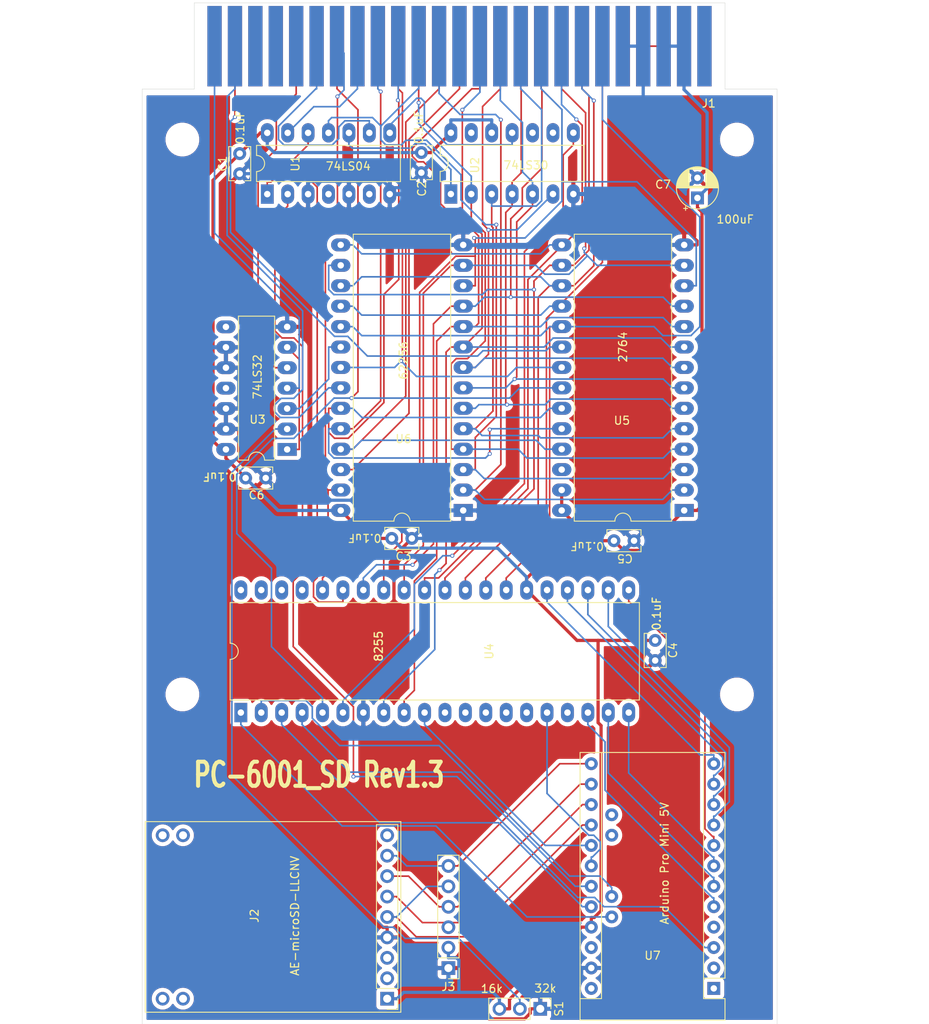
<source format=kicad_pcb>
(kicad_pcb (version 20171130) (host pcbnew "(5.1.9)-1")
  (layers (0 F.Cu signal) (31 B.Cu signal) (34 B.Paste user) (35 F.Paste user) (36 B.SilkS user hide) (37 F.SilkS user) (38 B.Mask user) (39 F.Mask user) (44 Edge.Cuts user))
  (net 0 "")
  (net 1 +5V)
  (net 2 GND)
  (net 3 /D0)
  (net 4 /D1)
  (net 5 /D2)
  (net 6 /D3)
  (net 7 /D4)
  (net 8 /D5)
  (net 9 /D6)
  (net 10 /D7)
  (net 11 /A0)
  (net 12 /A8)
  (net 13 /A1)
  (net 14 /A9)
  (net 15 /A2)
  (net 16 /A10)
  (net 17 /A3)
  (net 18 /A11)
  (net 19 /A4)
  (net 20 /A12)
  (net 21 /A5)
  (net 22 /A6)
  (net 23 /A7)
  (net 24 /~RD)
  (net 25 /~RESET)
  (net 26 /~WR)
  (net 27 "Net-(U1-Pad8)")
  (net 28 "Net-(U2-Pad8)")
  (net 29 "Net-(U4-Pad1)")
  (net 30 "Net-(U4-Pad21)")
  (net 31 "Net-(U4-Pad2)")
  (net 32 "Net-(U4-Pad22)")
  (net 33 "Net-(U4-Pad3)")
  (net 34 "Net-(U4-Pad23)")
  (net 35 "Net-(U4-Pad4)")
  (net 36 "Net-(U4-Pad24)")
  (net 37 "Net-(U4-Pad25)")
  (net 38 "Net-(U4-Pad10)")
  (net 39 "Net-(U4-Pad16)")
  (net 40 "Net-(U4-Pad18)")
  (net 41 "Net-(U4-Pad19)")
  (net 42 "Net-(U4-Pad20)")
  (net 43 /~IORQ)
  (net 44 /MSW1)
  (net 45 "Net-(U1-Pad10)")
  (net 46 /SCK)
  (net 47 /MISO)
  (net 48 /MOSI)
  (net 49 /CS)
  (net 50 "Net-(U1-Pad1)")
  (net 51 "Net-(U1-Pad2)")
  (net 52 /~CS2)
  (net 53 /~EXCAS)
  (net 54 /A13)
  (net 55 /~RAS2)
  (net 56 /~DRD2)
  (net 57 "Net-(S1-Pad2)")
  (net 58 "Net-(U3-Pad3)")
  (net 59 "Net-(U3-Pad1)")
  (module Capacitor_THT:C_Rect_L4.0mm_W2.5mm_P2.50mm (layer F.Cu) (at 151.46 134.22 270)
    (fp_text reference C4 (at 1.238 -2.21 90 unlocked) (layer F.SilkS))
    (fp_text value 0.1uF (at -3.334 -0.178 90 unlocked) (layer F.SilkS))
    (pad 1 thru_hole circle (at 0 0 270) (size 1.6 1.6) (drill 0.8) (layers *.Cu *.Mask) (net 1 +5V))
    (pad 2 thru_hole circle (at 2.5 0 270) (size 1.6 1.6) (drill 0.8) (layers *.Cu *.Mask) (net 2 GND))
  )
  (module Package_DIP:DIP-40_W15.24mm_LongPads (layer F.Cu) (at 99.905 143.195 90)
    (fp_text reference U4 (at 7.61 30.905 90 unlocked) (layer F.SilkS))
    (fp_text value 8255 (at 8.255 17.145 90 unlocked) (layer F.SilkS))
    (pad 1 thru_hole rect (at 0 0 90) (size 2.4 1.6) (drill 0.8) (layers *.Cu *.Mask) (net 29 "Net-(U4-Pad1)"))
    (pad 21 thru_hole oval (at 15.24 48.26 90) (size 2.4 1.6) (drill 0.8) (layers *.Cu *.Mask) (net 30 "Net-(U4-Pad21)"))
    (pad 2 thru_hole oval (at 0 2.54 90) (size 2.4 1.6) (drill 0.8) (layers *.Cu *.Mask) (net 31 "Net-(U4-Pad2)"))
    (pad 22 thru_hole oval (at 15.24 45.72 90) (size 2.4 1.6) (drill 0.8) (layers *.Cu *.Mask) (net 32 "Net-(U4-Pad22)"))
    (pad 3 thru_hole oval (at 0 5.08 90) (size 2.4 1.6) (drill 0.8) (layers *.Cu *.Mask) (net 33 "Net-(U4-Pad3)"))
    (pad 23 thru_hole oval (at 15.24 43.18 90) (size 2.4 1.6) (drill 0.8) (layers *.Cu *.Mask) (net 34 "Net-(U4-Pad23)"))
    (pad 4 thru_hole oval (at 0 7.62 90) (size 2.4 1.6) (drill 0.8) (layers *.Cu *.Mask) (net 35 "Net-(U4-Pad4)"))
    (pad 24 thru_hole oval (at 15.24 40.64 90) (size 2.4 1.6) (drill 0.8) (layers *.Cu *.Mask) (net 36 "Net-(U4-Pad24)"))
    (pad 5 thru_hole oval (at 0 10.16 90) (size 2.4 1.6) (drill 0.8) (layers *.Cu *.Mask) (net 24 /~RD))
    (pad 25 thru_hole oval (at 15.24 38.1 90) (size 2.4 1.6) (drill 0.8) (layers *.Cu *.Mask) (net 37 "Net-(U4-Pad25)"))
    (pad 6 thru_hole oval (at 0 12.7 90) (size 2.4 1.6) (drill 0.8) (layers *.Cu *.Mask) (net 28 "Net-(U2-Pad8)"))
    (pad 26 thru_hole oval (at 15.24 35.56 90) (size 2.4 1.6) (drill 0.8) (layers *.Cu *.Mask) (net 1 +5V))
    (pad 7 thru_hole oval (at 0 15.24 90) (size 2.4 1.6) (drill 0.8) (layers *.Cu *.Mask) (net 2 GND))
    (pad 27 thru_hole oval (at 15.24 33.02 90) (size 2.4 1.6) (drill 0.8) (layers *.Cu *.Mask) (net 10 /D7))
    (pad 8 thru_hole oval (at 0 17.78 90) (size 2.4 1.6) (drill 0.8) (layers *.Cu *.Mask) (net 13 /A1))
    (pad 28 thru_hole oval (at 15.24 30.48 90) (size 2.4 1.6) (drill 0.8) (layers *.Cu *.Mask) (net 9 /D6))
    (pad 9 thru_hole oval (at 0 20.32 90) (size 2.4 1.6) (drill 0.8) (layers *.Cu *.Mask) (net 11 /A0))
    (pad 29 thru_hole oval (at 15.24 27.94 90) (size 2.4 1.6) (drill 0.8) (layers *.Cu *.Mask) (net 8 /D5))
    (pad 10 thru_hole oval (at 0 22.86 90) (size 2.4 1.6) (drill 0.8) (layers *.Cu *.Mask) (net 38 "Net-(U4-Pad10)"))
    (pad 30 thru_hole oval (at 15.24 25.4 90) (size 2.4 1.6) (drill 0.8) (layers *.Cu *.Mask) (net 7 /D4))
    (pad 11 thru_hole oval (at 0 25.4 90) (size 2.4 1.6) (drill 0.8) (layers *.Cu *.Mask))
    (pad 31 thru_hole oval (at 15.24 22.86 90) (size 2.4 1.6) (drill 0.8) (layers *.Cu *.Mask) (net 6 /D3))
    (pad 12 thru_hole oval (at 0 27.94 90) (size 2.4 1.6) (drill 0.8) (layers *.Cu *.Mask))
    (pad 32 thru_hole oval (at 15.24 20.32 90) (size 2.4 1.6) (drill 0.8) (layers *.Cu *.Mask) (net 5 /D2))
    (pad 13 thru_hole oval (at 0 30.48 90) (size 2.4 1.6) (drill 0.8) (layers *.Cu *.Mask))
    (pad 33 thru_hole oval (at 15.24 17.78 90) (size 2.4 1.6) (drill 0.8) (layers *.Cu *.Mask) (net 4 /D1))
    (pad 14 thru_hole oval (at 0 33.02 90) (size 2.4 1.6) (drill 0.8) (layers *.Cu *.Mask))
    (pad 34 thru_hole oval (at 15.24 15.24 90) (size 2.4 1.6) (drill 0.8) (layers *.Cu *.Mask) (net 3 /D0))
    (pad 15 thru_hole oval (at 0 35.56 90) (size 2.4 1.6) (drill 0.8) (layers *.Cu *.Mask))
    (pad 35 thru_hole oval (at 15.24 12.7 90) (size 2.4 1.6) (drill 0.8) (layers *.Cu *.Mask) (net 50 "Net-(U1-Pad1)"))
    (pad 16 thru_hole oval (at 0 38.1 90) (size 2.4 1.6) (drill 0.8) (layers *.Cu *.Mask) (net 39 "Net-(U4-Pad16)"))
    (pad 36 thru_hole oval (at 15.24 10.16 90) (size 2.4 1.6) (drill 0.8) (layers *.Cu *.Mask) (net 26 /~WR))
    (pad 17 thru_hole oval (at 0 40.64 90) (size 2.4 1.6) (drill 0.8) (layers *.Cu *.Mask))
    (pad 37 thru_hole oval (at 15.24 7.62 90) (size 2.4 1.6) (drill 0.8) (layers *.Cu *.Mask))
    (pad 18 thru_hole oval (at 0 43.18 90) (size 2.4 1.6) (drill 0.8) (layers *.Cu *.Mask) (net 40 "Net-(U4-Pad18)"))
    (pad 38 thru_hole oval (at 15.24 5.08 90) (size 2.4 1.6) (drill 0.8) (layers *.Cu *.Mask))
    (pad 19 thru_hole oval (at 0 45.72 90) (size 2.4 1.6) (drill 0.8) (layers *.Cu *.Mask) (net 41 "Net-(U4-Pad19)"))
    (pad 39 thru_hole oval (at 15.24 2.54 90) (size 2.4 1.6) (drill 0.8) (layers *.Cu *.Mask))
    (pad 20 thru_hole oval (at 0 48.26 90) (size 2.4 1.6) (drill 0.8) (layers *.Cu *.Mask) (net 42 "Net-(U4-Pad20)"))
    (pad 40 thru_hole oval (at 15.24 0 90) (size 2.4 1.6) (drill 0.8) (layers *.Cu *.Mask))
  )
  (module Capacitor_THT:C_Rect_L4.0mm_W2.5mm_P2.50mm (layer F.Cu) (at 146.327 121.824)
    (fp_text reference C5 (at 1.374 2.204 -180 unlocked) (layer F.SilkS))
    (fp_text value 0.1uF hide)
    (pad 1 thru_hole circle (at 0 0) (size 1.6 1.6) (drill 0.8) (layers *.Cu *.Mask) (net 1 +5V))
    (pad 2 thru_hole circle (at 2.5 0) (size 1.6 1.6) (drill 0.8) (layers *.Cu *.Mask) (net 2 GND))
  )
  (module MountingHole:MountingHole_3.2mm_M3 (layer F.Cu) (at 92.63 71.94)
    (fp_text reference MH4 hide)
    (fp_text value MountingHole_3.2mm_M3 hide)
    (pad 1 np_thru_hole circle (at 0 0) (size 3.2 3.2) (drill 3.2) (layers *.Cu *.Mask))
  )
  (module MountingHole:MountingHole_3.2mm_M3 (layer F.Cu) (at 161.63 71.94)
    (fp_text reference MH3 hide)
    (fp_text value MountingHole_3.2mm_M3 hide)
    (pad 1 np_thru_hole circle (at 0 0) (size 3.2 3.2) (drill 3.2) (layers *.Cu *.Mask))
  )
  (module MountingHole:MountingHole_3.2mm_M3 (layer F.Cu) (at 161.63 140.94)
    (fp_text reference MH2 hide)
    (fp_text value MountingHole_3.2mm_M3 hide)
    (pad 1 np_thru_hole circle (at 0 0) (size 3.2 3.2) (drill 3.2) (layers *.Cu *.Mask))
  )
  (module MountingHole:MountingHole_3.2mm_M3 (layer F.Cu) (at 92.63 140.94)
    (fp_text reference MH1 hide)
    (fp_text value MountingHole_3.2mm_M3 hide)
    (pad 1 np_thru_hole circle (at 0 0) (size 3.2 3.2) (drill 3.2) (layers *.Cu *.Mask))
  )
  (module Capacitor_THT:CP_Radial_D5.0mm_P2.50mm (layer F.Cu) (at 156.718 79.197 90)
    (fp_text reference C7 (at 1.67 -4.28) (layer F.SilkS))
    (fp_text value 100uF)
    (pad 1 thru_hole rect (at 0 0 90) (size 1.6 1.6) (drill 0.8) (layers *.Cu *.Mask) (net 1 +5V))
    (pad 2 thru_hole circle (at 2.5 0 90) (size 1.6 1.6) (drill 0.8) (layers *.Cu *.Mask) (net 2 GND))
  )
  (module Capacitor_THT:C_Rect_L4.0mm_W2.5mm_P2.50mm (layer F.Cu) (at 99.761 76.185 90)
    (fp_text reference C1 (at 1.245 -2.115 90 unlocked) (layer F.SilkS))
    (fp_text value 0.1uF)
    (pad 1 thru_hole circle (at 0 0 90) (size 1.6 1.6) (drill 0.8) (layers *.Cu *.Mask) (net 2 GND))
    (pad 2 thru_hole circle (at 2.5 0 90) (size 1.6 1.6) (drill 0.8) (layers *.Cu *.Mask) (net 1 +5V))
  )
  (module Capacitor_THT:C_Rect_L4.0mm_W2.5mm_P2.50mm (layer F.Cu) (at 122.367 76.058 90)
    (fp_text reference C2 (at -1.996 0.061 90 unlocked) (layer F.SilkS))
    (fp_text value 0.1uF)
    (pad 2 thru_hole circle (at 2.5 0 90) (size 1.6 1.6) (drill 0.8) (layers *.Cu *.Mask) (net 1 +5V))
    (pad 1 thru_hole circle (at 0 0 90) (size 1.6 1.6) (drill 0.8) (layers *.Cu *.Mask) (net 2 GND))
  )
  (module Kicad:AE-microSD-LLCNV (layer F.Cu) (at 118.11 158.455)
    (fp_text reference J2 (at -16.51 10.01 90) (layer F.SilkS))
    (fp_text value Micro_SD_Card_Kit hide)
    (fp_text user AE-microSD-LLCNV (at -11.48 10.01 90) (layer F.SilkS))
    (pad 1 thru_hole rect (at 0 20.32 180) (size 1.7 1.7) (drill 1) (layers *.Cu *.Mask) (net 1 +5V))
    (pad 2 thru_hole oval (at 0 17.78 180) (size 1.7 1.7) (drill 1) (layers *.Cu *.Mask))
    (pad 3 thru_hole oval (at 0 15.24 180) (size 1.7 1.7) (drill 1) (layers *.Cu *.Mask))
    (pad 4 thru_hole oval (at 0 12.7 180) (size 1.7 1.7) (drill 1) (layers *.Cu *.Mask) (net 2 GND))
    (pad 5 thru_hole oval (at 0 10.16 180) (size 1.7 1.7) (drill 1) (layers *.Cu *.Mask) (net 46 /SCK))
    (pad 6 thru_hole oval (at 0 7.62 180) (size 1.7 1.7) (drill 1) (layers *.Cu *.Mask) (net 47 /MISO))
    (pad 7 thru_hole oval (at 0 5.08 180) (size 1.7 1.7) (drill 1) (layers *.Cu *.Mask) (net 48 /MOSI))
    (pad 8 thru_hole oval (at 0 2.54 180) (size 1.7 1.7) (drill 1) (layers *.Cu *.Mask) (net 49 /CS))
    (pad 9 thru_hole oval (at 0 0 180) (size 1.7 1.7) (drill 1) (layers *.Cu *.Mask))
    (pad "" thru_hole oval (at -27.94 0) (size 1.7 1.7) (drill 1) (layers *.Cu *.Mask))
    (pad "" thru_hole oval (at -25.4 0) (size 1.7 1.7) (drill 1) (layers *.Cu *.Mask))
    (pad "" thru_hole oval (at -27.94 20.32) (size 1.7 1.7) (drill 1) (layers *.Cu *.Mask))
    (pad "" thru_hole oval (at -25.4 20.32) (size 1.7 1.7) (drill 1) (layers *.Cu *.Mask))
  )
  (module Kicad:Arduino_Pro_Mini (layer F.Cu) (at 158.75 177.495 180)
    (fp_text reference U7 (at 7.62 4.0815 180) (layer F.SilkS))
    (fp_text value Arduino_Pro_Mini_5V)
    (pad 1 thru_hole rect (at 0 0 180) (size 1.6 1.6) (drill 0.8) (layers *.Cu *.Mask))
    (pad 2 thru_hole oval (at 0 2.54 180) (size 1.6 1.6) (drill 0.8) (layers *.Cu *.Mask))
    (pad 3 thru_hole oval (at 0 5.08 180) (size 1.6 1.6) (drill 0.8) (layers *.Cu *.Mask) (net 51 "Net-(U1-Pad2)"))
    (pad 13 thru_hole oval (at 15.24 27.94 180) (size 1.6 1.6) (drill 0.8) (layers *.Cu *.Mask) (net 49 /CS))
    (pad 4 thru_hole oval (at 0 7.62 180) (size 1.6 1.6) (drill 0.8) (layers *.Cu *.Mask))
    (pad 14 thru_hole oval (at 15.24 25.4 180) (size 1.6 1.6) (drill 0.8) (layers *.Cu *.Mask) (net 48 /MOSI))
    (pad 5 thru_hole oval (at 0 10.16 180) (size 1.6 1.6) (drill 0.8) (layers *.Cu *.Mask) (net 40 "Net-(U4-Pad18)"))
    (pad 15 thru_hole oval (at 15.24 22.86 180) (size 1.6 1.6) (drill 0.8) (layers *.Cu *.Mask) (net 47 /MISO))
    (pad 6 thru_hole oval (at 0 12.7 180) (size 1.6 1.6) (drill 0.8) (layers *.Cu *.Mask) (net 41 "Net-(U4-Pad19)"))
    (pad 16 thru_hole oval (at 15.24 20.32 180) (size 1.6 1.6) (drill 0.8) (layers *.Cu *.Mask) (net 46 /SCK))
    (pad 7 thru_hole oval (at 0 15.24 180) (size 1.6 1.6) (drill 0.8) (layers *.Cu *.Mask) (net 42 "Net-(U4-Pad20)"))
    (pad 17 thru_hole oval (at 15.24 17.78 180) (size 1.6 1.6) (drill 0.8) (layers *.Cu *.Mask) (net 38 "Net-(U4-Pad10)"))
    (pad 8 thru_hole oval (at 0 17.78 180) (size 1.6 1.6) (drill 0.8) (layers *.Cu *.Mask) (net 30 "Net-(U4-Pad21)"))
    (pad 18 thru_hole oval (at 15.24 15.24 180) (size 1.6 1.6) (drill 0.8) (layers *.Cu *.Mask) (net 39 "Net-(U4-Pad16)"))
    (pad 9 thru_hole oval (at 0 20.32 180) (size 1.6 1.6) (drill 0.8) (layers *.Cu *.Mask) (net 32 "Net-(U4-Pad22)"))
    (pad 19 thru_hole oval (at 15.24 12.7 180) (size 1.6 1.6) (drill 0.8) (layers *.Cu *.Mask) (net 35 "Net-(U4-Pad4)"))
    (pad 10 thru_hole oval (at 0 22.86 180) (size 1.6 1.6) (drill 0.8) (layers *.Cu *.Mask) (net 34 "Net-(U4-Pad23)"))
    (pad 20 thru_hole oval (at 15.24 10.16 180) (size 1.6 1.6) (drill 0.8) (layers *.Cu *.Mask) (net 33 "Net-(U4-Pad3)"))
    (pad 11 thru_hole oval (at 0 25.4 180) (size 1.6 1.6) (drill 0.8) (layers *.Cu *.Mask) (net 36 "Net-(U4-Pad24)"))
    (pad 21 thru_hole oval (at 15.24 7.62 180) (size 1.6 1.6) (drill 0.8) (layers *.Cu *.Mask) (net 1 +5V))
    (pad 12 thru_hole oval (at 0 27.94 180) (size 1.6 1.6) (drill 0.8) (layers *.Cu *.Mask) (net 37 "Net-(U4-Pad25)"))
    (pad 22 thru_hole oval (at 15.24 5.08 180) (size 1.6 1.6) (drill 0.8) (layers *.Cu *.Mask))
    (pad 23 thru_hole oval (at 15.24 2.54 180) (size 1.6 1.6) (drill 0.8) (layers *.Cu *.Mask) (net 2 GND))
    (pad 24 thru_hole oval (at 15.24 0 180) (size 1.6 1.6) (drill 0.8) (layers *.Cu *.Mask))
    (pad A5 thru_hole oval (at 12.7 8.89 180) (size 1.6 1.6) (drill 0.8) (layers *.Cu *.Mask) (net 29 "Net-(U4-Pad1)"))
    (pad A4 thru_hole oval (at 12.7 11.43 180) (size 1.6 1.6) (drill 0.8) (layers *.Cu *.Mask) (net 31 "Net-(U4-Pad2)"))
    (pad A7 thru_hole oval (at 12.7 19.05 180) (size 1.6 1.6) (drill 0.8) (layers *.Cu *.Mask))
    (pad A6 thru_hole oval (at 12.7 21.59 180) (size 1.6 1.6) (drill 0.8) (layers *.Cu *.Mask))
  )
  (module PC-6001:BUS_50Pin (layer F.Cu) (at 172.83 61.595)
    (fp_text reference J1 (at -14.7 5.845) (layer F.SilkS))
    (fp_text value "PC-8001 BUS")
    (pad 2 connect rect (at -76.2 -1.27) (size 1.78 10) (layers F.Cu F.Mask))
    (pad 4 connect rect (at -73.66 -1.27) (size 1.78 10) (layers F.Cu F.Mask) (net 52 /~CS2))
    (pad 6 connect rect (at -71.12 -1.27) (size 1.78 10) (layers F.Cu F.Mask))
    (pad 8 connect rect (at -68.58 -1.27) (size 1.78 10) (layers F.Cu F.Mask))
    (pad 10 connect rect (at -66.04 -1.27) (size 1.78 10) (layers F.Cu F.Mask) (net 53 /~EXCAS))
    (pad 12 connect rect (at -63.5 -1.27) (size 1.78 10) (layers F.Cu F.Mask))
    (pad 14 connect rect (at -60.96 -1.27) (size 1.78 10) (layers F.Cu F.Mask) (net 24 /~RD))
    (pad 16 connect rect (at -58.42 -1.27) (size 1.78 10) (layers F.Cu F.Mask))
    (pad 18 connect rect (at -55.88 -1.27) (size 1.78 10) (layers F.Cu F.Mask))
    (pad 20 connect rect (at -53.34 -1.27) (size 1.78 10) (layers F.Cu F.Mask) (net 16 /A10))
    (pad 22 connect rect (at -50.8 -1.27) (size 1.78 10) (layers F.Cu F.Mask) (net 22 /A6))
    (pad 24 connect rect (at -48.26 -1.27) (size 1.78 10) (layers F.Cu F.Mask) (net 12 /A8))
    (pad 26 connect rect (at -45.72 -1.27) (size 1.78 10) (layers F.Cu F.Mask) (net 54 /A13))
    (pad 28 connect rect (at -43.18 -1.27) (size 1.78 10) (layers F.Cu F.Mask) (net 11 /A0))
    (pad 30 connect rect (at -40.64 -1.27) (size 1.78 10) (layers F.Cu F.Mask) (net 15 /A2))
    (pad 32 connect rect (at -38.1 -1.27) (size 1.78 10) (layers F.Cu F.Mask) (net 19 /A4))
    (pad 34 connect rect (at -35.56 -1.27) (size 1.78 10) (layers F.Cu F.Mask) (net 3 /D0))
    (pad 36 connect rect (at -33.02 -1.27) (size 1.78 10) (layers F.Cu F.Mask) (net 5 /D2))
    (pad 38 connect rect (at -30.48 -1.27) (size 1.78 10) (layers F.Cu F.Mask) (net 7 /D4))
    (pad 40 connect rect (at -27.94 -1.27) (size 1.78 10) (layers F.Cu F.Mask) (net 9 /D6))
    (pad 42 connect rect (at -25.4 -1.27) (size 1.78 10) (layers F.Cu F.Mask))
    (pad 44 connect rect (at -22.86 -1.27) (size 1.78 10) (layers F.Cu F.Mask) (net 44 /MSW1))
    (pad 1 connect rect (at -76.2 -1.27) (size 1.78 10) (layers B.Cu B.Mask) (net 55 /~RAS2))
    (pad 3 connect rect (at -73.66 -1.27) (size 1.78 10) (layers B.Cu B.Mask) (net 56 /~DRD2))
    (pad 5 connect rect (at -71.12 -1.27) (size 1.78 10) (layers B.Cu B.Mask))
    (pad 7 connect rect (at -68.58 -1.27) (size 1.78 10) (layers B.Cu B.Mask))
    (pad 9 connect rect (at -66.04 -1.27) (size 1.78 10) (layers B.Cu B.Mask))
    (pad 11 connect rect (at -63.5 -1.27) (size 1.78 10) (layers B.Cu B.Mask) (net 43 /~IORQ))
    (pad 13 connect rect (at -60.96 -1.27) (size 1.78 10) (layers B.Cu B.Mask) (net 26 /~WR))
    (pad 15 connect rect (at -58.42 -1.27) (size 1.78 10) (layers B.Cu B.Mask) (net 25 /~RESET))
    (pad 17 connect rect (at -55.88 -1.27) (size 1.78 10) (layers B.Cu B.Mask) (net 14 /A9))
    (pad 19 connect rect (at -53.34 -1.27) (size 1.78 10) (layers B.Cu B.Mask) (net 18 /A11))
    (pad 21 connect rect (at -50.8 -1.27) (size 1.78 10) (layers B.Cu B.Mask) (net 23 /A7))
    (pad 23 connect rect (at -48.26 -1.27) (size 1.78 10) (layers B.Cu B.Mask) (net 20 /A12))
    (pad 25 connect rect (at -45.72 -1.27) (size 1.78 10) (layers B.Cu B.Mask))
    (pad 27 connect rect (at -43.18 -1.27) (size 1.78 10) (layers B.Cu B.Mask) (net 13 /A1))
    (pad 29 connect rect (at -40.64 -1.27) (size 1.78 10) (layers B.Cu B.Mask) (net 17 /A3))
    (pad 31 connect rect (at -38.1 -1.27) (size 1.78 10) (layers B.Cu B.Mask) (net 21 /A5))
    (pad 33 connect rect (at -35.56 -1.27) (size 1.78 10) (layers B.Cu B.Mask) (net 4 /D1))
    (pad 35 connect rect (at -33.02 -1.27) (size 1.78 10) (layers B.Cu B.Mask) (net 6 /D3))
    (pad 37 connect rect (at -30.48 -1.27) (size 1.78 10) (layers B.Cu B.Mask) (net 8 /D5))
    (pad 39 connect rect (at -27.94 -1.27) (size 1.78 10) (layers B.Cu B.Mask) (net 10 /D7))
    (pad 41 connect rect (at -25.4 -1.27) (size 1.78 10) (layers B.Cu B.Mask) (net 2 GND))
    (pad 43 connect rect (at -22.86 -1.27) (size 1.78 10) (layers B.Cu B.Mask) (net 2 GND))
    (pad 46 connect rect (at -20.32 -1.27) (size 1.78 10) (layers F.Cu F.Mask) (net 44 /MSW1))
    (pad 48 connect rect (at -17.78 -1.27) (size 1.78 10) (layers F.Cu F.Mask))
    (pad 50 connect rect (at -15.24 -1.27) (size 1.78 10) (layers F.Cu F.Mask))
    (pad 45 connect rect (at -20.32 -1.27) (size 1.78 10) (layers B.Cu B.Mask) (net 1 +5V))
    (pad 47 connect rect (at -17.78 -1.27) (size 1.78 10) (layers B.Cu B.Mask) (net 1 +5V))
    (pad 49 connect rect (at -15.24 -1.27) (size 1.78 10) (layers B.Cu B.Mask))
  )
  (module Connector_PinHeader_2.54mm:PinHeader_1x06_P2.54mm_Vertical (layer F.Cu) (at 125.73 174.965 180)
    (fp_text reference J3 (at 0 -2.33) (layer F.SilkS))
    (fp_text value "MicroSD Card Adapter")
    (pad 1 thru_hole rect (at 0 0 180) (size 1.7 1.7) (drill 1) (layers *.Cu *.Mask) (net 2 GND))
    (pad 2 thru_hole oval (at 0 2.54 180) (size 1.7 1.7) (drill 1) (layers *.Cu *.Mask) (net 1 +5V))
    (pad 3 thru_hole oval (at 0 5.08 180) (size 1.7 1.7) (drill 1) (layers *.Cu *.Mask) (net 47 /MISO))
    (pad 4 thru_hole oval (at 0 7.62 180) (size 1.7 1.7) (drill 1) (layers *.Cu *.Mask) (net 48 /MOSI))
    (pad 5 thru_hole oval (at 0 10.16 180) (size 1.7 1.7) (drill 1) (layers *.Cu *.Mask) (net 46 /SCK))
    (pad 6 thru_hole oval (at 0 12.7 180) (size 1.7 1.7) (drill 1) (layers *.Cu *.Mask) (net 49 /CS))
  )
  (module Capacitor_THT:C_Rect_L4.0mm_W2.5mm_P2.50mm (layer F.Cu) (at 118.682 121.539)
    (fp_text reference C3 (at 1.46 2.235) (layer F.SilkS))
    (fp_text value 0.1uF)
    (pad 2 thru_hole circle (at 2.5 0) (size 1.6 1.6) (drill 0.8) (layers *.Cu *.Mask) (net 2 GND))
    (pad 1 thru_hole circle (at 0 0) (size 1.6 1.6) (drill 0.8) (layers *.Cu *.Mask) (net 1 +5V))
  )
  (module Capacitor_THT:C_Rect_L4.0mm_W2.5mm_P2.50mm (layer F.Cu) (at 102.999 114.027 180)
    (fp_text reference C6 (at 1.145 -2.127) (layer F.SilkS))
    (fp_text value 0.1uF)
    (pad 2 thru_hole circle (at 2.5 0 180) (size 1.6 1.6) (drill 0.8) (layers *.Cu *.Mask) (net 1 +5V))
    (pad 1 thru_hole circle (at 0 0 180) (size 1.6 1.6) (drill 0.8) (layers *.Cu *.Mask) (net 2 GND))
  )
  (module Package_DIP:DIP-28_W15.24mm_LongPads (layer F.Cu) (at 127.572 118.059 180)
    (fp_text reference U6 (at 7.43 8.89) (layer F.SilkS))
    (fp_text value HM62256BLP)
    (pad 28 thru_hole oval (at 15.24 0 180) (size 2.4 1.6) (drill 0.8) (layers *.Cu *.Mask) (net 1 +5V))
    (pad 14 thru_hole oval (at 0 33.02 180) (size 2.4 1.6) (drill 0.8) (layers *.Cu *.Mask) (net 2 GND))
    (pad 27 thru_hole oval (at 15.24 2.54 180) (size 2.4 1.6) (drill 0.8) (layers *.Cu *.Mask) (net 26 /~WR))
    (pad 13 thru_hole oval (at 0 30.48 180) (size 2.4 1.6) (drill 0.8) (layers *.Cu *.Mask) (net 5 /D2))
    (pad 26 thru_hole oval (at 15.24 5.08 180) (size 2.4 1.6) (drill 0.8) (layers *.Cu *.Mask) (net 54 /A13))
    (pad 12 thru_hole oval (at 0 27.94 180) (size 2.4 1.6) (drill 0.8) (layers *.Cu *.Mask) (net 4 /D1))
    (pad 25 thru_hole oval (at 15.24 7.62 180) (size 2.4 1.6) (drill 0.8) (layers *.Cu *.Mask) (net 12 /A8))
    (pad 11 thru_hole oval (at 0 25.4 180) (size 2.4 1.6) (drill 0.8) (layers *.Cu *.Mask) (net 3 /D0))
    (pad 24 thru_hole oval (at 15.24 10.16 180) (size 2.4 1.6) (drill 0.8) (layers *.Cu *.Mask) (net 14 /A9))
    (pad 10 thru_hole oval (at 0 22.86 180) (size 2.4 1.6) (drill 0.8) (layers *.Cu *.Mask) (net 11 /A0))
    (pad 23 thru_hole oval (at 15.24 12.7 180) (size 2.4 1.6) (drill 0.8) (layers *.Cu *.Mask) (net 18 /A11))
    (pad 9 thru_hole oval (at 0 20.32 180) (size 2.4 1.6) (drill 0.8) (layers *.Cu *.Mask) (net 13 /A1))
    (pad 22 thru_hole oval (at 15.24 15.24 180) (size 2.4 1.6) (drill 0.8) (layers *.Cu *.Mask) (net 56 /~DRD2))
    (pad 8 thru_hole oval (at 0 17.78 180) (size 2.4 1.6) (drill 0.8) (layers *.Cu *.Mask) (net 15 /A2))
    (pad 21 thru_hole oval (at 15.24 17.78 180) (size 2.4 1.6) (drill 0.8) (layers *.Cu *.Mask) (net 16 /A10))
    (pad 7 thru_hole oval (at 0 15.24 180) (size 2.4 1.6) (drill 0.8) (layers *.Cu *.Mask) (net 17 /A3))
    (pad 20 thru_hole oval (at 15.24 20.32 180) (size 2.4 1.6) (drill 0.8) (layers *.Cu *.Mask) (net 58 "Net-(U3-Pad3)"))
    (pad 6 thru_hole oval (at 0 12.7 180) (size 2.4 1.6) (drill 0.8) (layers *.Cu *.Mask) (net 19 /A4))
    (pad 19 thru_hole oval (at 15.24 22.86 180) (size 2.4 1.6) (drill 0.8) (layers *.Cu *.Mask) (net 10 /D7))
    (pad 5 thru_hole oval (at 0 10.16 180) (size 2.4 1.6) (drill 0.8) (layers *.Cu *.Mask) (net 21 /A5))
    (pad 18 thru_hole oval (at 15.24 25.4 180) (size 2.4 1.6) (drill 0.8) (layers *.Cu *.Mask) (net 9 /D6))
    (pad 4 thru_hole oval (at 0 7.62 180) (size 2.4 1.6) (drill 0.8) (layers *.Cu *.Mask) (net 22 /A6))
    (pad 17 thru_hole oval (at 15.24 27.94 180) (size 2.4 1.6) (drill 0.8) (layers *.Cu *.Mask) (net 8 /D5))
    (pad 3 thru_hole oval (at 0 5.08 180) (size 2.4 1.6) (drill 0.8) (layers *.Cu *.Mask) (net 23 /A7))
    (pad 16 thru_hole oval (at 15.24 30.48 180) (size 2.4 1.6) (drill 0.8) (layers *.Cu *.Mask) (net 7 /D4))
    (pad 2 thru_hole oval (at 0 2.54 180) (size 2.4 1.6) (drill 0.8) (layers *.Cu *.Mask) (net 20 /A12))
    (pad 15 thru_hole oval (at 15.24 33.02 180) (size 2.4 1.6) (drill 0.8) (layers *.Cu *.Mask) (net 6 /D3))
    (pad 1 thru_hole rect (at 0 0 180) (size 2.4 1.6) (drill 0.8) (layers *.Cu *.Mask) (net 2 GND))
  )
  (module Package_DIP:DIP-14_W7.62mm_LongPads (layer F.Cu) (at 103.19 78.725 90)
    (fp_text reference U1 (at 3.81 3.49 90) (layer F.SilkS))
    (fp_text value 74LS04)
    (pad 1 thru_hole rect (at 0 0 90) (size 2.4 1.6) (drill 0.8) (layers *.Cu *.Mask) (net 50 "Net-(U1-Pad1)"))
    (pad 8 thru_hole oval (at 7.62 15.24 90) (size 2.4 1.6) (drill 0.8) (layers *.Cu *.Mask) (net 27 "Net-(U1-Pad8)"))
    (pad 2 thru_hole oval (at 0 2.54 90) (size 2.4 1.6) (drill 0.8) (layers *.Cu *.Mask) (net 51 "Net-(U1-Pad2)"))
    (pad 9 thru_hole oval (at 7.62 12.7 90) (size 2.4 1.6) (drill 0.8) (layers *.Cu *.Mask) (net 43 /~IORQ))
    (pad 3 thru_hole oval (at 0 5.08 90) (size 2.4 1.6) (drill 0.8) (layers *.Cu *.Mask) (net 2 GND))
    (pad 10 thru_hole oval (at 7.62 10.16 90) (size 2.4 1.6) (drill 0.8) (layers *.Cu *.Mask) (net 45 "Net-(U1-Pad10)"))
    (pad 4 thru_hole oval (at 0 7.62 90) (size 2.4 1.6) (drill 0.8) (layers *.Cu *.Mask))
    (pad 11 thru_hole oval (at 7.62 7.62 90) (size 2.4 1.6) (drill 0.8) (layers *.Cu *.Mask) (net 23 /A7))
    (pad 5 thru_hole oval (at 0 10.16 90) (size 2.4 1.6) (drill 0.8) (layers *.Cu *.Mask) (net 2 GND))
    (pad 12 thru_hole oval (at 7.62 5.08 90) (size 2.4 1.6) (drill 0.8) (layers *.Cu *.Mask) (net 50 "Net-(U1-Pad1)"))
    (pad 6 thru_hole oval (at 0 12.7 90) (size 2.4 1.6) (drill 0.8) (layers *.Cu *.Mask))
    (pad 13 thru_hole oval (at 7.62 2.54 90) (size 2.4 1.6) (drill 0.8) (layers *.Cu *.Mask) (net 25 /~RESET))
    (pad 7 thru_hole oval (at 0 15.24 90) (size 2.4 1.6) (drill 0.8) (layers *.Cu *.Mask) (net 2 GND))
    (pad 14 thru_hole oval (at 7.62 0 90) (size 2.4 1.6) (drill 0.8) (layers *.Cu *.Mask) (net 1 +5V))
  )
  (module Package_DIP:DIP-14_W7.62mm_LongPads (layer F.Cu) (at 126.037 78.713 90)
    (fp_text reference U2 (at 3.58 2.995 90) (layer F.SilkS))
    (fp_text value 74LS30)
    (pad 14 thru_hole oval (at 7.62 0 90) (size 2.4 1.6) (drill 0.8) (layers *.Cu *.Mask) (net 1 +5V))
    (pad 7 thru_hole oval (at 0 15.24 90) (size 2.4 1.6) (drill 0.8) (layers *.Cu *.Mask) (net 2 GND))
    (pad 13 thru_hole oval (at 7.62 2.54 90) (size 2.4 1.6) (drill 0.8) (layers *.Cu *.Mask))
    (pad 6 thru_hole oval (at 0 12.7 90) (size 2.4 1.6) (drill 0.8) (layers *.Cu *.Mask) (net 15 /A2))
    (pad 12 thru_hole oval (at 7.62 5.08 90) (size 2.4 1.6) (drill 0.8) (layers *.Cu *.Mask) (net 1 +5V))
    (pad 5 thru_hole oval (at 0 10.16 90) (size 2.4 1.6) (drill 0.8) (layers *.Cu *.Mask) (net 17 /A3))
    (pad 11 thru_hole oval (at 7.62 7.62 90) (size 2.4 1.6) (drill 0.8) (layers *.Cu *.Mask) (net 27 "Net-(U1-Pad8)"))
    (pad 4 thru_hole oval (at 0 7.62 90) (size 2.4 1.6) (drill 0.8) (layers *.Cu *.Mask) (net 19 /A4))
    (pad 10 thru_hole oval (at 7.62 10.16 90) (size 2.4 1.6) (drill 0.8) (layers *.Cu *.Mask))
    (pad 3 thru_hole oval (at 0 5.08 90) (size 2.4 1.6) (drill 0.8) (layers *.Cu *.Mask) (net 21 /A5))
    (pad 9 thru_hole oval (at 7.62 12.7 90) (size 2.4 1.6) (drill 0.8) (layers *.Cu *.Mask))
    (pad 2 thru_hole oval (at 0 2.54 90) (size 2.4 1.6) (drill 0.8) (layers *.Cu *.Mask) (net 22 /A6))
    (pad 8 thru_hole oval (at 7.62 15.24 90) (size 2.4 1.6) (drill 0.8) (layers *.Cu *.Mask) (net 28 "Net-(U2-Pad8)"))
    (pad 1 thru_hole rect (at 0 0 90) (size 2.4 1.6) (drill 0.8) (layers *.Cu *.Mask) (net 45 "Net-(U1-Pad10)"))
  )
  (module Package_DIP:DIP-14_W7.62mm_LongPads (layer F.Cu) (at 105.666 110.471 180)
    (fp_text reference U3 (at 3.685 3.715) (layer F.SilkS))
    (fp_text value 74LS32)
    (pad 14 thru_hole oval (at 7.62 0 180) (size 2.4 1.6) (drill 0.8) (layers *.Cu *.Mask) (net 1 +5V))
    (pad 7 thru_hole oval (at 0 15.24 180) (size 2.4 1.6) (drill 0.8) (layers *.Cu *.Mask) (net 2 GND))
    (pad 13 thru_hole oval (at 7.62 2.54 180) (size 2.4 1.6) (drill 0.8) (layers *.Cu *.Mask) (net 2 GND))
    (pad 6 thru_hole oval (at 0 12.7 180) (size 2.4 1.6) (drill 0.8) (layers *.Cu *.Mask) (net 59 "Net-(U3-Pad1)"))
    (pad 12 thru_hole oval (at 7.62 5.08 180) (size 2.4 1.6) (drill 0.8) (layers *.Cu *.Mask) (net 2 GND))
    (pad 5 thru_hole oval (at 0 10.16 180) (size 2.4 1.6) (drill 0.8) (layers *.Cu *.Mask) (net 53 /~EXCAS))
    (pad 11 thru_hole oval (at 7.62 7.62 180) (size 2.4 1.6) (drill 0.8) (layers *.Cu *.Mask))
    (pad 4 thru_hole oval (at 0 7.62 180) (size 2.4 1.6) (drill 0.8) (layers *.Cu *.Mask) (net 55 /~RAS2))
    (pad 10 thru_hole oval (at 7.62 10.16 180) (size 2.4 1.6) (drill 0.8) (layers *.Cu *.Mask) (net 2 GND))
    (pad 3 thru_hole oval (at 0 5.08 180) (size 2.4 1.6) (drill 0.8) (layers *.Cu *.Mask) (net 58 "Net-(U3-Pad3)"))
    (pad 9 thru_hole oval (at 7.62 12.7 180) (size 2.4 1.6) (drill 0.8) (layers *.Cu *.Mask) (net 2 GND))
    (pad 2 thru_hole oval (at 0 2.54 180) (size 2.4 1.6) (drill 0.8) (layers *.Cu *.Mask) (net 57 "Net-(S1-Pad2)"))
    (pad 8 thru_hole oval (at 7.62 15.24 180) (size 2.4 1.6) (drill 0.8) (layers *.Cu *.Mask))
    (pad 1 thru_hole rect (at 0 0 180) (size 2.4 1.6) (drill 0.8) (layers *.Cu *.Mask) (net 59 "Net-(U3-Pad1)"))
  )
  (module Connector_PinHeader_2.54mm:PinHeader_1x03_P2.54mm_Vertical (layer F.Cu) (at 137.16 180.035 270)
    (fp_text reference S1 (at 0 -2.33 90) (layer F.SilkS))
    (fp_text value "32k   16k")
    (pad 1 thru_hole rect (at 0 0 270) (size 1.7 1.7) (drill 1) (layers *.Cu *.Mask) (net 2 GND))
    (pad 2 thru_hole oval (at 0 2.54 270) (size 1.7 1.7) (drill 1) (layers *.Cu *.Mask) (net 57 "Net-(S1-Pad2)"))
    (pad 3 thru_hole oval (at 0 5.08 270) (size 1.7 1.7) (drill 1) (layers *.Cu *.Mask) (net 1 +5V))
  )
  (module Package_DIP:DIP-28_W15.24mm_LongPads (layer F.Cu) (at 155.067 118.059 180)
    (fp_text reference U5 (at 7.747 11.176) (layer F.SilkS))
    (fp_text value 2764)
    (pad 1 thru_hole rect (at 0 0 180) (size 2.4 1.6) (drill 0.8) (layers *.Cu *.Mask) (net 1 +5V))
    (pad 15 thru_hole oval (at 15.24 33.02 180) (size 2.4 1.6) (drill 0.8) (layers *.Cu *.Mask) (net 6 /D3))
    (pad 2 thru_hole oval (at 0 2.54 180) (size 2.4 1.6) (drill 0.8) (layers *.Cu *.Mask) (net 20 /A12))
    (pad 16 thru_hole oval (at 15.24 30.48 180) (size 2.4 1.6) (drill 0.8) (layers *.Cu *.Mask) (net 7 /D4))
    (pad 3 thru_hole oval (at 0 5.08 180) (size 2.4 1.6) (drill 0.8) (layers *.Cu *.Mask) (net 23 /A7))
    (pad 17 thru_hole oval (at 15.24 27.94 180) (size 2.4 1.6) (drill 0.8) (layers *.Cu *.Mask) (net 8 /D5))
    (pad 4 thru_hole oval (at 0 7.62 180) (size 2.4 1.6) (drill 0.8) (layers *.Cu *.Mask) (net 22 /A6))
    (pad 18 thru_hole oval (at 15.24 25.4 180) (size 2.4 1.6) (drill 0.8) (layers *.Cu *.Mask) (net 9 /D6))
    (pad 5 thru_hole oval (at 0 10.16 180) (size 2.4 1.6) (drill 0.8) (layers *.Cu *.Mask) (net 21 /A5))
    (pad 19 thru_hole oval (at 15.24 22.86 180) (size 2.4 1.6) (drill 0.8) (layers *.Cu *.Mask) (net 10 /D7))
    (pad 6 thru_hole oval (at 0 12.7 180) (size 2.4 1.6) (drill 0.8) (layers *.Cu *.Mask) (net 19 /A4))
    (pad 20 thru_hole oval (at 15.24 20.32 180) (size 2.4 1.6) (drill 0.8) (layers *.Cu *.Mask) (net 52 /~CS2))
    (pad 7 thru_hole oval (at 0 15.24 180) (size 2.4 1.6) (drill 0.8) (layers *.Cu *.Mask) (net 17 /A3))
    (pad 21 thru_hole oval (at 15.24 17.78 180) (size 2.4 1.6) (drill 0.8) (layers *.Cu *.Mask) (net 16 /A10))
    (pad 8 thru_hole oval (at 0 17.78 180) (size 2.4 1.6) (drill 0.8) (layers *.Cu *.Mask) (net 15 /A2))
    (pad 22 thru_hole oval (at 15.24 15.24 180) (size 2.4 1.6) (drill 0.8) (layers *.Cu *.Mask) (net 24 /~RD))
    (pad 9 thru_hole oval (at 0 20.32 180) (size 2.4 1.6) (drill 0.8) (layers *.Cu *.Mask) (net 13 /A1))
    (pad 23 thru_hole oval (at 15.24 12.7 180) (size 2.4 1.6) (drill 0.8) (layers *.Cu *.Mask) (net 18 /A11))
    (pad 10 thru_hole oval (at 0 22.86 180) (size 2.4 1.6) (drill 0.8) (layers *.Cu *.Mask) (net 11 /A0))
    (pad 24 thru_hole oval (at 15.24 10.16 180) (size 2.4 1.6) (drill 0.8) (layers *.Cu *.Mask) (net 14 /A9))
    (pad 11 thru_hole oval (at 0 25.4 180) (size 2.4 1.6) (drill 0.8) (layers *.Cu *.Mask) (net 3 /D0))
    (pad 25 thru_hole oval (at 15.24 7.62 180) (size 2.4 1.6) (drill 0.8) (layers *.Cu *.Mask) (net 12 /A8))
    (pad 12 thru_hole oval (at 0 27.94 180) (size 2.4 1.6) (drill 0.8) (layers *.Cu *.Mask) (net 4 /D1))
    (pad 26 thru_hole oval (at 15.24 5.08 180) (size 2.4 1.6) (drill 0.8) (layers *.Cu *.Mask))
    (pad 13 thru_hole oval (at 0 30.48 180) (size 2.4 1.6) (drill 0.8) (layers *.Cu *.Mask) (net 5 /D2))
    (pad 27 thru_hole oval (at 15.24 2.54 180) (size 2.4 1.6) (drill 0.8) (layers *.Cu *.Mask) (net 1 +5V))
    (pad 14 thru_hole oval (at 0 33.02 180) (size 2.4 1.6) (drill 0.8) (layers *.Cu *.Mask) (net 2 GND))
    (pad 28 thru_hole oval (at 15.24 0 180) (size 2.4 1.6) (drill 0.8) (layers *.Cu *.Mask) (net 1 +5V))
  )
  (gr_text 0.1uF (at 115.316 121.488 -180) (layer F.SilkS) (effects (font (size 1 1))))
  (gr_text 62256 (at 120.142 99.409 90) (layer F.SilkS) (effects (font (size 1 1))))
  (gr_text 74LS32 (at 101.981 101.441 90) (layer F.SilkS) (effects (font (size 1 1))))
  (gr_text 0.1uF (at 97.282 113.868 -180) (layer F.SilkS) (effects (font (size 1 1))))
  (gr_text 0.1uF (at 97.282 113.868 -180) (layer F.SilkS) (effects (font (size 1 1))))
  (gr_text 16k (at 131.135 177.54) (layer F.SilkS) (effects (font (size 1 1))))
  (gr_text 32k (at 137.795 177.495) (layer F.SilkS) (effects (font (size 1 1))))
  (gr_line (start 160.147 65.659) (end 166.624 65.659) (layer Edge.Cuts) (width 0.05))
  (gr_line (start 160.147 54.94) (end 160.147 65.659) (layer Edge.Cuts) (width 0.05))
  (gr_line (start 94.107 65.659) (end 87.63 65.659) (layer Edge.Cuts) (width 0.05))
  (gr_line (start 94.107 54.94) (end 94.107 65.659) (layer Edge.Cuts) (width 0.05))
  (gr_text 74LS04 (at 113.265 75.26) (layer F.SilkS) (effects (font (size 1 1))))
  (gr_text 74LS30 (at 135.382 75.133) (layer F.SilkS) (effects (font (size 1 1))))
  (gr_text 0.1uF (at 143.002 122.504 -180) (layer F.SilkS) (effects (font (size 1 1))))
  (gr_text 0.1uF (at 99.822 70.434 -270) (layer F.SilkS) (effects (font (size 1 1))))
  (gr_text 8255 (at 117.05 134.94 -270) (layer F.SilkS) (effects (font (size 1 1))))
  (gr_text 0.1uF (at 151.638 130.886 -270) (layer F.SilkS) (effects (font (size 1 1))))
  (gr_text "Arduino Pro Mini 5V" (at 152.63 161.94 90) (layer F.SilkS) (effects (font (size 1 1))))
  (gr_text 0.1uF (at 122.047 70.434 -270) (layer F.SilkS) (effects (font (size 1 1))))
  (gr_text 2764 (at 147.447 97.739 90) (layer F.SilkS) (effects (font (size 1 1))))
  (gr_text 100uF (at 161.417 81.864) (layer F.SilkS) (effects (font (size 1 1))))
  (gr_text "PC-6001_SD Rev1.3" (at 109.63 150.94) (layer F.SilkS) (effects (font (size 3 2) (thickness 0.5))))
  (gr_line (start 87.63 65.659) (end 87.63 181.94) (layer Edge.Cuts) (width 0.05))
  (gr_line (start 166.63 181.94) (end 166.624 65.659) (layer Edge.Cuts) (width 0.05))
  (gr_line (start 87.63 181.94) (end 166.63 181.94) (layer Edge.Cuts) (width 0.05))
  (gr_line (start 160.147 54.94) (end 94.107 54.94) (layer Edge.Cuts) (width 0.05))
  (segment (start 103.19 71.105) (end 103.19 72.7053) (width 0.4) (layer B.Cu) (net 1))
  (segment (start 103.19 72.7053) (end 104.0427 73.558) (width 0.4) (layer B.Cu) (net 1))
  (segment (start 104.0427 73.558) (end 122.367 73.558) (width 0.4) (layer B.Cu) (net 1))
  (segment (start 156.718 79.197) (end 156.718 80.3973) (width 0.4) (layer F.Cu) (net 1))
  (segment (start 155.067 118.059) (end 156.6673 118.059) (width 0.4) (layer F.Cu) (net 1))
  (segment (start 156.6673 118.059) (end 157.2838 117.4425) (width 0.4) (layer F.Cu) (net 1))
  (segment (start 157.2838 117.4425) (end 157.2838 80.9631) (width 0.4) (layer F.Cu) (net 1))
  (segment (start 157.2838 80.9631) (end 156.718 80.3973) (width 0.4) (layer F.Cu) (net 1))
  (segment (start 146.327 121.824) (end 147.527 123.024) (width 0.4) (layer F.Cu) (net 1))
  (segment (start 147.527 123.024) (end 150.102 123.024) (width 0.4) (layer F.Cu) (net 1))
  (segment (start 150.102 123.024) (end 155.067 118.059) (width 0.4) (layer F.Cu) (net 1))
  (segment (start 112.332 118.059) (end 104.531 118.059) (width 0.4) (layer B.Cu) (net 1))
  (segment (start 104.531 118.059) (end 100.499 114.027) (width 0.4) (layer B.Cu) (net 1))
  (segment (start 131.117 71.093) (end 131.117 69.4927) (width 0.4) (layer B.Cu) (net 1))
  (segment (start 135.465 127.955) (end 135.465 126.3547) (width 0.4) (layer F.Cu) (net 1))
  (segment (start 141.8714 120.1034) (end 135.6201 126.3547) (width 0.4) (layer F.Cu) (net 1))
  (segment (start 135.6201 126.3547) (end 135.465 126.3547) (width 0.4) (layer F.Cu) (net 1))
  (segment (start 141.8714 120.1034) (end 139.827 118.059) (width 0.4) (layer F.Cu) (net 1))
  (segment (start 146.327 121.824) (end 143.592 121.824) (width 0.4) (layer F.Cu) (net 1))
  (segment (start 143.592 121.824) (end 141.8714 120.1034) (width 0.4) (layer F.Cu) (net 1))
  (segment (start 126.037 71.093) (end 126.037 69.4927) (width 0.4) (layer B.Cu) (net 1))
  (segment (start 126.037 69.4927) (end 131.117 69.4927) (width 0.4) (layer B.Cu) (net 1))
  (segment (start 135.465 126.3547) (end 131.8643 122.754) (width 0.4) (layer B.Cu) (net 1))
  (segment (start 131.8643 122.754) (end 119.897 122.754) (width 0.4) (layer B.Cu) (net 1))
  (segment (start 119.897 122.754) (end 118.682 121.539) (width 0.4) (layer B.Cu) (net 1))
  (segment (start 135.465 127.955) (end 135.465 126.3547) (width 0.4) (layer B.Cu) (net 1))
  (segment (start 98.046 111.0225) (end 96.442 109.4185) (width 0.4) (layer F.Cu) (net 1))
  (segment (start 96.442 109.4185) (end 96.442 77.004) (width 0.4) (layer F.Cu) (net 1))
  (segment (start 96.442 77.004) (end 99.761 73.685) (width 0.4) (layer F.Cu) (net 1))
  (segment (start 98.046 111.0225) (end 98.046 110.471) (width 0.4) (layer F.Cu) (net 1))
  (segment (start 100.499 114.027) (end 98.046 111.574) (width 0.4) (layer F.Cu) (net 1))
  (segment (start 98.046 111.574) (end 98.046 111.0225) (width 0.4) (layer F.Cu) (net 1))
  (segment (start 127.0366 177.9849) (end 120.1504 177.9849) (width 0.4) (layer B.Cu) (net 1))
  (segment (start 120.1504 177.9849) (end 119.3603 178.775) (width 0.4) (layer B.Cu) (net 1))
  (segment (start 132.08 178.7847) (end 131.2802 177.9849) (width 0.4) (layer B.Cu) (net 1))
  (segment (start 131.2802 177.9849) (end 127.0366 177.9849) (width 0.4) (layer B.Cu) (net 1))
  (segment (start 127.0366 177.9849) (end 127.0366 173.9739) (width 0.4) (layer B.Cu) (net 1))
  (segment (start 127.0366 173.9739) (end 126.738 173.6753) (width 0.4) (layer B.Cu) (net 1))
  (segment (start 126.738 173.6753) (end 125.73 173.6753) (width 0.4) (layer B.Cu) (net 1))
  (segment (start 118.11 178.775) (end 119.3603 178.775) (width 0.4) (layer B.Cu) (net 1))
  (segment (start 132.08 180.035) (end 132.08 178.7847) (width 0.4) (layer B.Cu) (net 1))
  (segment (start 125.73 172.425) (end 125.73 173.6753) (width 0.4) (layer B.Cu) (net 1))
  (segment (start 144.355 134.22) (end 141.73 134.22) (width 0.4) (layer F.Cu) (net 1))
  (segment (start 141.73 134.22) (end 135.465 127.955) (width 0.4) (layer F.Cu) (net 1))
  (segment (start 143.51 169.875) (end 142.3097 169.875) (width 0.4) (layer F.Cu) (net 1))
  (segment (start 132.08 180.035) (end 133.3303 180.035) (width 0.4) (layer F.Cu) (net 1))
  (segment (start 133.3303 180.035) (end 133.3303 178.8544) (width 0.4) (layer F.Cu) (net 1))
  (segment (start 133.3303 178.8544) (end 142.3097 169.875) (width 0.4) (layer F.Cu) (net 1))
  (segment (start 143.51 169.875) (end 143.51 168.6747) (width 0.4) (layer F.Cu) (net 1))
  (segment (start 144.355 134.22) (end 144.355 144.44) (width 0.4) (layer F.Cu) (net 1))
  (segment (start 144.355 144.44) (end 144.7259 144.8109) (width 0.4) (layer F.Cu) (net 1))
  (segment (start 144.7259 144.8109) (end 144.7259 167.8318) (width 0.4) (layer F.Cu) (net 1))
  (segment (start 144.7259 167.8318) (end 143.883 168.6747) (width 0.4) (layer F.Cu) (net 1))
  (segment (start 143.883 168.6747) (end 143.51 168.6747) (width 0.4) (layer F.Cu) (net 1))
  (segment (start 151.46 134.22) (end 144.355 134.22) (width 0.4) (layer F.Cu) (net 1))
  (segment (start 99.761 73.685) (end 102.341 71.105) (width 0.4) (layer F.Cu) (net 1))
  (segment (start 102.341 71.105) (end 103.19 71.105) (width 0.4) (layer F.Cu) (net 1))
  (segment (start 156.718 79.197) (end 157.918 77.997) (width 0.4) (layer B.Cu) (net 1))
  (segment (start 157.918 77.997) (end 157.918 68.593) (width 0.4) (layer B.Cu) (net 1))
  (segment (start 157.918 68.593) (end 155.05 65.725) (width 0.4) (layer B.Cu) (net 1))
  (segment (start 155.05 65.725) (end 155.05 60.325) (width 0.4) (layer B.Cu) (net 1))
  (segment (start 122.367 73.558) (end 123.572 73.558) (width 0.4) (layer F.Cu) (net 1))
  (segment (start 123.572 73.558) (end 126.037 71.093) (width 0.4) (layer F.Cu) (net 1))
  (segment (start 118.682 121.539) (end 115.812 121.539) (width 0.4) (layer F.Cu) (net 1))
  (segment (start 115.812 121.539) (end 112.332 118.059) (width 0.4) (layer F.Cu) (net 1))
  (segment (start 139.827 118.059) (end 139.827 115.519) (width 0.4) (layer F.Cu) (net 1))
  (segment (start 155.05 60.325) (end 152.51 60.325) (width 0.4) (layer B.Cu) (net 1))
  (segment (start 105.666 95.231) (end 107.2663 95.231) (width 0.4) (layer F.Cu) (net 2))
  (segment (start 108.27 78.725) (end 108.27 80.3253) (width 0.4) (layer F.Cu) (net 2))
  (segment (start 108.27 80.3253) (end 107.2663 81.329) (width 0.4) (layer F.Cu) (net 2))
  (segment (start 107.2663 81.329) (end 107.2663 95.231) (width 0.4) (layer F.Cu) (net 2))
  (segment (start 108.27 77.1247) (end 107.3303 76.185) (width 0.4) (layer B.Cu) (net 2))
  (segment (start 107.3303 76.185) (end 99.761 76.185) (width 0.4) (layer B.Cu) (net 2))
  (segment (start 108.27 77.2748) (end 108.27 77.1247) (width 0.4) (layer B.Cu) (net 2))
  (segment (start 108.27 78.725) (end 108.27 77.2748) (width 0.4) (layer B.Cu) (net 2))
  (segment (start 108.27 77.1247) (end 113.35 77.1247) (width 0.4) (layer B.Cu) (net 2))
  (segment (start 118.43 77.9248) (end 117.6299 77.1247) (width 0.4) (layer B.Cu) (net 2))
  (segment (start 117.6299 77.1247) (end 113.35 77.1247) (width 0.4) (layer B.Cu) (net 2))
  (segment (start 118.43 77.9248) (end 122.367 77.9248) (width 0.4) (layer B.Cu) (net 2))
  (segment (start 113.35 78.725) (end 113.35 77.1247) (width 0.4) (layer B.Cu) (net 2))
  (segment (start 98.046 107.931) (end 99.6463 107.931) (width 0.4) (layer F.Cu) (net 2))
  (segment (start 102.999 114.027) (end 99.6463 110.6743) (width 0.4) (layer F.Cu) (net 2))
  (segment (start 99.6463 110.6743) (end 99.6463 107.931) (width 0.4) (layer F.Cu) (net 2))
  (segment (start 98.046 105.391) (end 98.046 107.931) (width 0.4) (layer F.Cu) (net 2))
  (segment (start 98.046 97.771) (end 98.046 100.311) (width 0.4) (layer F.Cu) (net 2))
  (segment (start 98.046 100.311) (end 99.6463 100.311) (width 0.4) (layer B.Cu) (net 2))
  (segment (start 98.046 105.391) (end 99.6463 105.391) (width 0.4) (layer B.Cu) (net 2))
  (segment (start 99.6463 105.391) (end 99.6463 100.311) (width 0.4) (layer B.Cu) (net 2))
  (segment (start 137.16 180.035) (end 135.9097 180.035) (width 0.4) (layer F.Cu) (net 2))
  (segment (start 125.73 174.965) (end 125.73 176.2153) (width 0.4) (layer F.Cu) (net 2))
  (segment (start 125.73 176.2153) (end 130.8 181.2853) (width 0.4) (layer F.Cu) (net 2))
  (segment (start 130.8 181.2853) (end 135.2065 181.2853) (width 0.4) (layer F.Cu) (net 2))
  (segment (start 135.2065 181.2853) (end 135.9097 180.5821) (width 0.4) (layer F.Cu) (net 2))
  (segment (start 135.9097 180.5821) (end 135.9097 180.035) (width 0.4) (layer F.Cu) (net 2))
  (segment (start 127.572 85.039) (end 125.9717 85.039) (width 0.4) (layer B.Cu) (net 2))
  (segment (start 125.9717 85.039) (end 122.367 81.4343) (width 0.4) (layer B.Cu) (net 2))
  (segment (start 122.367 81.4343) (end 122.367 77.9248) (width 0.4) (layer B.Cu) (net 2))
  (segment (start 127.572 85.039) (end 136.5513 85.039) (width 0.4) (layer B.Cu) (net 2))
  (segment (start 136.5513 85.039) (end 141.277 80.3133) (width 0.4) (layer B.Cu) (net 2))
  (segment (start 122.367 77.9248) (end 122.367 76.058) (width 0.4) (layer B.Cu) (net 2))
  (segment (start 105.666 95.231) (end 104.0657 95.231) (width 0.4) (layer B.Cu) (net 2))
  (segment (start 98.046 97.771) (end 101.5257 97.771) (width 0.4) (layer B.Cu) (net 2))
  (segment (start 101.5257 97.771) (end 104.0657 95.231) (width 0.4) (layer B.Cu) (net 2))
  (segment (start 143.51 174.955) (end 142.3097 174.955) (width 0.4) (layer B.Cu) (net 2))
  (segment (start 137.16 180.035) (end 138.4103 180.035) (width 0.4) (layer B.Cu) (net 2))
  (segment (start 138.4103 180.035) (end 142.3097 176.1356) (width 0.4) (layer B.Cu) (net 2))
  (segment (start 142.3097 176.1356) (end 142.3097 174.955) (width 0.4) (layer B.Cu) (net 2))
  (segment (start 141.277 78.713) (end 141.277 80.3133) (width 0.4) (layer B.Cu) (net 2))
  (segment (start 155.067 85.039) (end 153.4667 85.039) (width 0.4) (layer B.Cu) (net 2))
  (segment (start 153.4667 85.039) (end 148.741 80.3133) (width 0.4) (layer B.Cu) (net 2))
  (segment (start 148.741 80.3133) (end 141.277 80.3133) (width 0.4) (layer B.Cu) (net 2))
  (segment (start 115.145 143.195) (end 115.145 141.5947) (width 0.4) (layer F.Cu) (net 2))
  (segment (start 121.182 121.539) (end 118.955 123.766) (width 0.4) (layer F.Cu) (net 2))
  (segment (start 118.955 123.766) (end 118.955 137.7847) (width 0.4) (layer F.Cu) (net 2))
  (segment (start 118.955 137.7847) (end 115.145 141.5947) (width 0.4) (layer F.Cu) (net 2))
  (segment (start 118.11 171.155) (end 119.3603 171.155) (width 0.4) (layer B.Cu) (net 2))
  (segment (start 125.73 174.965) (end 123.1703 174.965) (width 0.4) (layer B.Cu) (net 2))
  (segment (start 123.1703 174.965) (end 119.3603 171.155) (width 0.4) (layer B.Cu) (net 2))
  (segment (start 118.11 171.155) (end 118.11 169.9047) (width 0.4) (layer F.Cu) (net 2))
  (segment (start 115.145 143.195) (end 115.145 167.4578) (width 0.4) (layer F.Cu) (net 2))
  (segment (start 115.145 167.4578) (end 117.5919 169.9047) (width 0.4) (layer F.Cu) (net 2))
  (segment (start 117.5919 169.9047) (end 118.11 169.9047) (width 0.4) (layer F.Cu) (net 2))
  (segment (start 102.999 114.027) (end 105.761 116.789) (width 0.4) (layer B.Cu) (net 2))
  (segment (start 105.761 116.789) (end 116.432 116.789) (width 0.4) (layer B.Cu) (net 2))
  (segment (start 116.432 116.789) (end 121.182 121.539) (width 0.4) (layer B.Cu) (net 2))
  (segment (start 121.182 121.539) (end 122.4917 121.539) (width 0.4) (layer B.Cu) (net 2))
  (segment (start 122.4917 121.539) (end 125.9717 118.059) (width 0.4) (layer B.Cu) (net 2))
  (segment (start 127.572 118.059) (end 125.9717 118.059) (width 0.4) (layer B.Cu) (net 2))
  (segment (start 118.43 78.725) (end 118.43 77.9248) (width 0.4) (layer B.Cu) (net 2))
  (segment (start 155.067 85.039) (end 156.6673 85.039) (width 0.4) (layer F.Cu) (net 2))
  (segment (start 156.718 76.697) (end 155.5156 77.8994) (width 0.4) (layer F.Cu) (net 2))
  (segment (start 155.5156 77.8994) (end 155.5156 83.3901) (width 0.4) (layer F.Cu) (net 2))
  (segment (start 155.5156 83.3901) (end 156.6673 84.5418) (width 0.4) (layer F.Cu) (net 2))
  (segment (start 156.6673 84.5418) (end 156.6673 85.039) (width 0.4) (layer F.Cu) (net 2))
  (segment (start 151.46 136.72) (end 150.2594 135.5194) (width 0.4) (layer B.Cu) (net 2))
  (segment (start 150.2594 135.5194) (end 150.2594 123.2564) (width 0.4) (layer B.Cu) (net 2))
  (segment (start 150.2594 123.2564) (end 148.827 121.824) (width 0.4) (layer B.Cu) (net 2))
  (segment (start 129.1723 118.059) (end 130.3726 119.2593) (width 0.4) (layer B.Cu) (net 2))
  (segment (start 130.3726 119.2593) (end 146.2623 119.2593) (width 0.4) (layer B.Cu) (net 2))
  (segment (start 146.2623 119.2593) (end 148.827 121.824) (width 0.4) (layer B.Cu) (net 2))
  (segment (start 127.572 118.059) (end 129.1723 118.059) (width 0.4) (layer B.Cu) (net 2))
  (segment (start 156.718 76.697) (end 149.97 69.949) (width 0.4) (layer B.Cu) (net 2))
  (segment (start 149.97 69.949) (end 149.97 60.325) (width 0.4) (layer B.Cu) (net 2))
  (segment (start 147.43 60.325) (end 149.97 60.325) (width 0.4) (layer B.Cu) (net 2))
  (segment (start 115.145 127.955) (end 115.145 126.4547) (width 0.2) (layer B.Cu) (net 3))
  (segment (start 127.572 92.659) (end 126.0717 92.659) (width 0.2) (layer F.Cu) (net 3))
  (segment (start 121.2753 124.8168) (end 116.7829 124.8168) (width 0.2) (layer B.Cu) (net 3))
  (segment (start 116.7829 124.8168) (end 115.145 126.4547) (width 0.2) (layer B.Cu) (net 3))
  (segment (start 126.0717 92.659) (end 123.87 94.8607) (width 0.2) (layer F.Cu) (net 3))
  (segment (start 123.87 94.8607) (end 123.87 122.2221) (width 0.2) (layer F.Cu) (net 3))
  (segment (start 123.87 122.2221) (end 121.2753 124.8168) (width 0.2) (layer F.Cu) (net 3))
  (segment (start 129.0723 92.659) (end 130.1926 91.5387) (width 0.2) (layer B.Cu) (net 3))
  (segment (start 130.1926 91.5387) (end 133.49 91.5387) (width 0.2) (layer B.Cu) (net 3))
  (segment (start 137.27 65.6253) (end 137.3685 65.7238) (width 0.2) (layer F.Cu) (net 3))
  (segment (start 137.3685 65.7238) (end 137.3685 75.5037) (width 0.2) (layer F.Cu) (net 3))
  (segment (start 137.3685 75.5037) (end 134.927 77.9452) (width 0.2) (layer F.Cu) (net 3))
  (segment (start 134.927 77.9452) (end 134.927 80.3584) (width 0.2) (layer F.Cu) (net 3))
  (segment (start 134.927 80.3584) (end 133.49 81.7954) (width 0.2) (layer F.Cu) (net 3))
  (segment (start 133.49 81.7954) (end 133.49 91.5387) (width 0.2) (layer F.Cu) (net 3))
  (segment (start 133.49 91.5387) (end 152.4464 91.5387) (width 0.2) (layer B.Cu) (net 3))
  (segment (start 152.4464 91.5387) (end 153.5667 92.659) (width 0.2) (layer B.Cu) (net 3))
  (segment (start 137.27 60.325) (end 137.27 65.6253) (width 0.2) (layer F.Cu) (net 3))
  (segment (start 127.572 92.659) (end 129.0723 92.659) (width 0.2) (layer B.Cu) (net 3))
  (segment (start 155.067 92.659) (end 153.5667 92.659) (width 0.2) (layer B.Cu) (net 3))
  (via (at 121.2753 124.8168) (size 0.5) (layers F.Cu B.Cu) (net 3))
  (via (at 133.49 91.5387) (size 0.5) (layers F.Cu B.Cu) (net 3))
  (segment (start 139.8586 77.1885) (end 149.1964 77.1885) (width 0.2) (layer B.Cu) (net 4))
  (segment (start 149.1964 77.1885) (end 156.5673 84.5594) (width 0.2) (layer B.Cu) (net 4))
  (segment (start 156.5673 84.5594) (end 156.5673 90.119) (width 0.2) (layer B.Cu) (net 4))
  (segment (start 137.27 65.6253) (end 139.8586 68.2139) (width 0.2) (layer B.Cu) (net 4))
  (segment (start 139.8586 68.2139) (end 139.8586 77.1885) (width 0.2) (layer B.Cu) (net 4))
  (segment (start 139.8586 77.1885) (end 139.8586 79.5909) (width 0.2) (layer B.Cu) (net 4))
  (segment (start 139.8586 79.5909) (end 135.2715 84.178) (width 0.2) (layer B.Cu) (net 4))
  (segment (start 135.2715 84.178) (end 128.9337 84.178) (width 0.2) (layer B.Cu) (net 4))
  (segment (start 128.9337 84.178) (end 128.9337 84.1781) (width 0.2) (layer B.Cu) (net 4))
  (segment (start 129.0723 86.4409) (end 129.0723 84.3167) (width 0.2) (layer F.Cu) (net 4))
  (segment (start 129.0723 84.3167) (end 128.9337 84.1781) (width 0.2) (layer F.Cu) (net 4))
  (segment (start 129.0723 86.4409) (end 129.0723 90.119) (width 0.2) (layer F.Cu) (net 4))
  (segment (start 117.685 127.955) (end 117.685 124.1484) (width 0.2) (layer F.Cu) (net 4))
  (segment (start 117.685 124.1484) (end 119.932 121.9014) (width 0.2) (layer F.Cu) (net 4))
  (segment (start 119.932 121.9014) (end 119.932 117.6272) (width 0.2) (layer F.Cu) (net 4))
  (segment (start 119.932 117.6272) (end 122.1572 115.402) (width 0.2) (layer F.Cu) (net 4))
  (segment (start 122.1572 115.402) (end 122.1572 90.9272) (width 0.2) (layer F.Cu) (net 4))
  (segment (start 122.1572 90.9272) (end 126.6435 86.4409) (width 0.2) (layer F.Cu) (net 4))
  (segment (start 126.6435 86.4409) (end 129.0723 86.4409) (width 0.2) (layer F.Cu) (net 4))
  (segment (start 127.572 90.119) (end 129.0723 90.119) (width 0.2) (layer F.Cu) (net 4))
  (segment (start 137.27 60.325) (end 137.27 65.6253) (width 0.2) (layer B.Cu) (net 4))
  (segment (start 155.067 90.119) (end 156.5673 90.119) (width 0.2) (layer B.Cu) (net 4))
  (via (at 128.9337 84.1781) (size 0.5) (layers F.Cu B.Cu) (net 4))
  (segment (start 143.0322 86.3931) (end 140.7437 88.6816) (width 0.2) (layer B.Cu) (net 5))
  (segment (start 140.7437 88.6816) (end 137.7143 88.6816) (width 0.2) (layer B.Cu) (net 5))
  (segment (start 137.7143 88.6816) (end 136.6117 87.579) (width 0.2) (layer B.Cu) (net 5))
  (segment (start 136.6117 87.579) (end 129.0723 87.579) (width 0.2) (layer B.Cu) (net 5))
  (segment (start 139.81 65.6253) (end 142.8004 68.6157) (width 0.2) (layer F.Cu) (net 5))
  (segment (start 142.8004 68.6157) (end 142.8004 85.3256) (width 0.2) (layer F.Cu) (net 5))
  (segment (start 142.8004 85.3256) (end 142.6362 85.4898) (width 0.2) (layer F.Cu) (net 5))
  (segment (start 143.0322 86.3931) (end 142.6362 85.9971) (width 0.2) (layer B.Cu) (net 5))
  (segment (start 142.6362 85.9971) (end 142.6362 85.4898) (width 0.2) (layer B.Cu) (net 5))
  (segment (start 126.0717 87.579) (end 122.6125 91.0382) (width 0.2) (layer F.Cu) (net 5))
  (segment (start 122.6125 91.0382) (end 122.6125 122.427) (width 0.2) (layer F.Cu) (net 5))
  (segment (start 122.6125 122.427) (end 120.225 124.8145) (width 0.2) (layer F.Cu) (net 5))
  (segment (start 120.225 124.8145) (end 120.225 127.955) (width 0.2) (layer F.Cu) (net 5))
  (segment (start 127.572 87.579) (end 126.0717 87.579) (width 0.2) (layer F.Cu) (net 5))
  (segment (start 153.5667 87.579) (end 144.2181 87.579) (width 0.2) (layer B.Cu) (net 5))
  (segment (start 144.2181 87.579) (end 143.0322 86.3931) (width 0.2) (layer B.Cu) (net 5))
  (segment (start 139.81 60.325) (end 139.81 65.6253) (width 0.2) (layer F.Cu) (net 5))
  (segment (start 127.572 87.579) (end 129.0723 87.579) (width 0.2) (layer B.Cu) (net 5))
  (segment (start 155.067 87.579) (end 153.5667 87.579) (width 0.2) (layer B.Cu) (net 5))
  (via (at 142.6362 85.4898) (size 0.5) (layers F.Cu B.Cu) (net 5))
  (segment (start 112.332 85.039) (end 113.8323 85.039) (width 0.2) (layer B.Cu) (net 6))
  (segment (start 139.827 85.039) (end 138.3267 85.039) (width 0.2) (layer B.Cu) (net 6))
  (segment (start 138.3267 85.039) (end 137.2156 86.1501) (width 0.2) (layer B.Cu) (net 6))
  (segment (start 137.2156 86.1501) (end 114.9434 86.1501) (width 0.2) (layer B.Cu) (net 6))
  (segment (start 114.9434 86.1501) (end 113.8323 85.039) (width 0.2) (layer B.Cu) (net 6))
  (segment (start 139.9354 85.039) (end 135.6245 89.3499) (width 0.2) (layer F.Cu) (net 6))
  (segment (start 135.6245 89.3499) (end 135.6245 115.3367) (width 0.2) (layer F.Cu) (net 6))
  (segment (start 135.6245 115.3367) (end 124.5065 126.4547) (width 0.2) (layer F.Cu) (net 6))
  (segment (start 124.5065 126.4547) (end 122.765 126.4547) (width 0.2) (layer F.Cu) (net 6))
  (segment (start 122.765 127.955) (end 122.765 126.4547) (width 0.2) (layer F.Cu) (net 6))
  (segment (start 139.9354 85.039) (end 140.0438 85.039) (width 0.2) (layer F.Cu) (net 6))
  (segment (start 139.827 85.039) (end 139.9354 85.039) (width 0.2) (layer F.Cu) (net 6))
  (segment (start 140.0438 85.039) (end 142.3783 82.7045) (width 0.2) (layer F.Cu) (net 6))
  (segment (start 142.3783 82.7045) (end 142.3783 70.1606) (width 0.2) (layer F.Cu) (net 6))
  (segment (start 142.3783 70.1606) (end 141.6564 69.4387) (width 0.2) (layer F.Cu) (net 6))
  (segment (start 139.81 60.325) (end 139.81 67.5923) (width 0.2) (layer B.Cu) (net 6))
  (segment (start 139.81 67.5923) (end 141.6564 69.4387) (width 0.2) (layer B.Cu) (net 6))
  (via (at 141.6564 69.4387) (size 0.5) (layers F.Cu B.Cu) (net 6))
  (segment (start 142.35 65.6253) (end 143.2214 66.4967) (width 0.2) (layer F.Cu) (net 7))
  (segment (start 143.2214 66.4967) (end 143.2214 85.6849) (width 0.2) (layer F.Cu) (net 7))
  (segment (start 143.2214 85.6849) (end 141.3273 87.579) (width 0.2) (layer F.Cu) (net 7))
  (segment (start 136.3773 90.5966) (end 136.3773 115.3824) (width 0.2) (layer F.Cu) (net 7))
  (segment (start 136.3773 115.3824) (end 125.305 126.4547) (width 0.2) (layer F.Cu) (net 7))
  (segment (start 112.332 87.579) (end 110.8317 87.579) (width 0.2) (layer B.Cu) (net 7))
  (segment (start 138.3267 87.579) (end 136.3773 89.5284) (width 0.2) (layer F.Cu) (net 7))
  (segment (start 136.3773 89.5284) (end 136.3773 90.5966) (width 0.2) (layer F.Cu) (net 7))
  (segment (start 136.3773 90.5966) (end 130.5684 90.5966) (width 0.2) (layer B.Cu) (net 7))
  (segment (start 130.5684 90.5966) (end 129.9451 91.2199) (width 0.2) (layer B.Cu) (net 7))
  (segment (start 129.9451 91.2199) (end 111.4694 91.2199) (width 0.2) (layer B.Cu) (net 7))
  (segment (start 111.4694 91.2199) (end 110.8317 90.5822) (width 0.2) (layer B.Cu) (net 7))
  (segment (start 110.8317 90.5822) (end 110.8317 87.579) (width 0.2) (layer B.Cu) (net 7))
  (segment (start 139.827 87.579) (end 138.3267 87.579) (width 0.2) (layer F.Cu) (net 7))
  (segment (start 140.2054 87.579) (end 139.827 87.579) (width 0.2) (layer F.Cu) (net 7))
  (segment (start 125.305 127.955) (end 125.305 126.4547) (width 0.2) (layer F.Cu) (net 7))
  (segment (start 140.2054 87.579) (end 141.3273 87.579) (width 0.2) (layer F.Cu) (net 7))
  (segment (start 142.35 60.325) (end 142.35 65.6253) (width 0.2) (layer F.Cu) (net 7))
  (via (at 136.3773 90.5966) (size 0.5) (layers F.Cu B.Cu) (net 7))
  (segment (start 112.332 90.119) (end 113.8323 90.119) (width 0.2) (layer B.Cu) (net 8))
  (segment (start 139.827 90.119) (end 138.3267 90.119) (width 0.2) (layer B.Cu) (net 8))
  (segment (start 138.3267 90.119) (end 137.2155 89.0078) (width 0.2) (layer B.Cu) (net 8))
  (segment (start 137.2155 89.0078) (end 114.9435 89.0078) (width 0.2) (layer B.Cu) (net 8))
  (segment (start 114.9435 89.0078) (end 113.8323 90.119) (width 0.2) (layer B.Cu) (net 8))
  (segment (start 138.3267 90.119) (end 136.9017 91.544) (width 0.2) (layer F.Cu) (net 8))
  (segment (start 136.9017 91.544) (end 136.9017 117.398) (width 0.2) (layer F.Cu) (net 8))
  (segment (start 136.9017 117.398) (end 127.845 126.4547) (width 0.2) (layer F.Cu) (net 8))
  (segment (start 143.8228 67.0981) (end 143.8228 87.6235) (width 0.2) (layer F.Cu) (net 8))
  (segment (start 143.8228 87.6235) (end 141.3273 90.119) (width 0.2) (layer F.Cu) (net 8))
  (segment (start 142.35 65.6253) (end 143.8228 67.0981) (width 0.2) (layer B.Cu) (net 8))
  (segment (start 142.35 60.325) (end 142.35 65.6253) (width 0.2) (layer B.Cu) (net 8))
  (segment (start 139.827 90.119) (end 141.3273 90.119) (width 0.2) (layer F.Cu) (net 8))
  (segment (start 127.845 127.955) (end 127.845 126.4547) (width 0.2) (layer F.Cu) (net 8))
  (segment (start 139.827 90.119) (end 138.3267 90.119) (width 0.2) (layer F.Cu) (net 8))
  (via (at 143.8228 67.0981) (size 0.5) (layers F.Cu B.Cu) (net 8))
  (segment (start 130.385 127.955) (end 130.385 126.4547) (width 0.2) (layer F.Cu) (net 9))
  (segment (start 139.4487 92.659) (end 137.9263 94.1814) (width 0.2) (layer F.Cu) (net 9))
  (segment (start 137.9263 94.1814) (end 137.9263 118.9134) (width 0.2) (layer F.Cu) (net 9))
  (segment (start 137.9263 118.9134) (end 130.385 126.4547) (width 0.2) (layer F.Cu) (net 9))
  (segment (start 144.89 60.325) (end 144.89 87.2177) (width 0.2) (layer F.Cu) (net 9))
  (segment (start 144.89 87.2177) (end 139.4487 92.659) (width 0.2) (layer F.Cu) (net 9))
  (segment (start 139.827 92.659) (end 139.4487 92.659) (width 0.2) (layer F.Cu) (net 9))
  (segment (start 138.3267 92.659) (end 137.2156 93.7701) (width 0.2) (layer B.Cu) (net 9))
  (segment (start 137.2156 93.7701) (end 114.9434 93.7701) (width 0.2) (layer B.Cu) (net 9))
  (segment (start 114.9434 93.7701) (end 113.8323 92.659) (width 0.2) (layer B.Cu) (net 9))
  (segment (start 112.332 92.659) (end 113.8323 92.659) (width 0.2) (layer B.Cu) (net 9))
  (segment (start 139.827 92.659) (end 138.3267 92.659) (width 0.2) (layer B.Cu) (net 9))
  (segment (start 144.89 60.325) (end 144.89 69.4522) (width 0.2) (layer B.Cu) (net 10))
  (segment (start 144.89 69.4522) (end 157.0113 81.5735) (width 0.2) (layer B.Cu) (net 10))
  (segment (start 157.0113 81.5735) (end 157.0113 95.2163) (width 0.2) (layer B.Cu) (net 10))
  (segment (start 157.0113 95.2163) (end 155.9091 96.3185) (width 0.2) (layer B.Cu) (net 10))
  (segment (start 155.9091 96.3185) (end 152.4292 96.3185) (width 0.2) (layer B.Cu) (net 10))
  (segment (start 152.4292 96.3185) (end 151.3097 95.199) (width 0.2) (layer B.Cu) (net 10))
  (segment (start 151.3097 95.199) (end 139.827 95.199) (width 0.2) (layer B.Cu) (net 10))
  (segment (start 138.3267 95.199) (end 137.2071 96.3186) (width 0.2) (layer B.Cu) (net 10))
  (segment (start 137.2071 96.3186) (end 114.9519 96.3186) (width 0.2) (layer B.Cu) (net 10))
  (segment (start 114.9519 96.3186) (end 113.8323 95.199) (width 0.2) (layer B.Cu) (net 10))
  (segment (start 132.925 127.955) (end 132.925 126.4547) (width 0.2) (layer F.Cu) (net 10))
  (segment (start 139.827 95.199) (end 138.3267 95.199) (width 0.2) (layer F.Cu) (net 10))
  (segment (start 138.3267 95.199) (end 138.3267 121.053) (width 0.2) (layer F.Cu) (net 10))
  (segment (start 138.3267 121.053) (end 132.925 126.4547) (width 0.2) (layer F.Cu) (net 10))
  (segment (start 112.332 95.199) (end 113.8323 95.199) (width 0.2) (layer B.Cu) (net 10))
  (segment (start 139.827 95.199) (end 138.3267 95.199) (width 0.2) (layer B.Cu) (net 10))
  (segment (start 127.572 95.199) (end 126.0717 95.199) (width 0.2) (layer F.Cu) (net 11))
  (segment (start 127.572 95.199) (end 129.0723 95.199) (width 0.2) (layer F.Cu) (net 11))
  (segment (start 129.65 65.6253) (end 128.6394 65.6253) (width 0.2) (layer F.Cu) (net 11))
  (segment (start 128.6394 65.6253) (end 121.2316 73.0331) (width 0.2) (layer F.Cu) (net 11))
  (segment (start 121.2316 73.0331) (end 121.2316 74.0177) (width 0.2) (layer F.Cu) (net 11))
  (segment (start 121.2316 74.0177) (end 121.921 74.7071) (width 0.2) (layer F.Cu) (net 11))
  (segment (start 121.921 74.7071) (end 122.6292 74.7071) (width 0.2) (layer F.Cu) (net 11))
  (segment (start 122.6292 74.7071) (end 124.7534 76.8313) (width 0.2) (layer F.Cu) (net 11))
  (segment (start 124.7534 76.8313) (end 124.7534 79.9213) (width 0.2) (layer F.Cu) (net 11))
  (segment (start 124.7534 79.9213) (end 125.5758 80.7437) (width 0.2) (layer F.Cu) (net 11))
  (segment (start 125.5758 80.7437) (end 126.3003 80.7437) (width 0.2) (layer F.Cu) (net 11))
  (segment (start 126.3003 80.7437) (end 129.4882 83.9316) (width 0.2) (layer F.Cu) (net 11))
  (segment (start 129.4882 83.9316) (end 129.4882 94.7831) (width 0.2) (layer F.Cu) (net 11))
  (segment (start 129.4882 94.7831) (end 129.0723 95.199) (width 0.2) (layer F.Cu) (net 11))
  (segment (start 126.0717 95.199) (end 124.2704 97.0003) (width 0.2) (layer F.Cu) (net 11))
  (segment (start 124.2704 97.0003) (end 124.2704 124.0642) (width 0.2) (layer F.Cu) (net 11))
  (segment (start 124.2704 124.0642) (end 121.495 126.8396) (width 0.2) (layer F.Cu) (net 11))
  (segment (start 121.495 126.8396) (end 121.495 140.4247) (width 0.2) (layer F.Cu) (net 11))
  (segment (start 121.495 140.4247) (end 120.225 141.6947) (width 0.2) (layer F.Cu) (net 11))
  (segment (start 120.225 143.195) (end 120.225 141.6947) (width 0.2) (layer F.Cu) (net 11))
  (segment (start 129.65 60.325) (end 129.65 65.6253) (width 0.2) (layer F.Cu) (net 11))
  (segment (start 155.067 95.199) (end 153.5667 95.199) (width 0.2) (layer B.Cu) (net 11))
  (segment (start 153.5667 95.199) (end 152.4424 94.0747) (width 0.2) (layer B.Cu) (net 11))
  (segment (start 152.4424 94.0747) (end 138.3187 94.0747) (width 0.2) (layer B.Cu) (net 11))
  (segment (start 138.3187 94.0747) (end 137.1944 95.199) (width 0.2) (layer B.Cu) (net 11))
  (segment (start 137.1944 95.199) (end 127.572 95.199) (width 0.2) (layer B.Cu) (net 11))
  (segment (start 113.8323 110.439) (end 114.9387 109.3326) (width 0.2) (layer B.Cu) (net 12))
  (segment (start 114.9387 109.3326) (end 136.6542 109.3326) (width 0.2) (layer B.Cu) (net 12))
  (segment (start 136.6542 109.3326) (end 137.7606 110.439) (width 0.2) (layer B.Cu) (net 12))
  (segment (start 137.7606 110.439) (end 138.3267 110.439) (width 0.2) (layer B.Cu) (net 12))
  (segment (start 124.57 65.6253) (end 120.4247 69.7706) (width 0.2) (layer F.Cu) (net 12))
  (segment (start 120.4247 69.7706) (end 120.4247 103.8466) (width 0.2) (layer F.Cu) (net 12))
  (segment (start 120.4247 103.8466) (end 113.8323 110.439) (width 0.2) (layer F.Cu) (net 12))
  (segment (start 124.57 60.325) (end 124.57 65.6253) (width 0.2) (layer F.Cu) (net 12))
  (segment (start 112.332 110.439) (end 113.8323 110.439) (width 0.2) (layer F.Cu) (net 12))
  (segment (start 112.332 110.439) (end 113.8323 110.439) (width 0.2) (layer B.Cu) (net 12))
  (segment (start 139.827 110.439) (end 138.3267 110.439) (width 0.2) (layer B.Cu) (net 12))
  (segment (start 155.067 97.739) (end 153.2834 97.739) (width 0.2) (layer B.Cu) (net 13))
  (segment (start 153.2834 97.739) (end 152.1655 96.6211) (width 0.2) (layer B.Cu) (net 13))
  (segment (start 152.1655 96.6211) (end 138.7611 96.6211) (width 0.2) (layer B.Cu) (net 13))
  (segment (start 138.7611 96.6211) (end 137.6432 97.739) (width 0.2) (layer B.Cu) (net 13))
  (segment (start 137.6432 97.739) (end 127.572 97.739) (width 0.2) (layer B.Cu) (net 13))
  (segment (start 127.4655 68.2421) (end 127.4655 81.2604) (width 0.2) (layer F.Cu) (net 13))
  (segment (start 127.4655 81.2604) (end 129.9141 83.709) (width 0.2) (layer F.Cu) (net 13))
  (segment (start 129.9141 83.709) (end 129.9141 95.3969) (width 0.2) (layer F.Cu) (net 13))
  (segment (start 129.9141 95.3969) (end 127.572 97.739) (width 0.2) (layer F.Cu) (net 13))
  (segment (start 117.685 143.195) (end 117.685 141.6947) (width 0.2) (layer B.Cu) (net 13))
  (segment (start 127.572 97.739) (end 126.0717 97.739) (width 0.2) (layer F.Cu) (net 13))
  (segment (start 124.6181 125.4771) (end 124.035 126.0602) (width 0.2) (layer B.Cu) (net 13))
  (segment (start 124.035 126.0602) (end 124.035 135.3447) (width 0.2) (layer B.Cu) (net 13))
  (segment (start 124.035 135.3447) (end 117.685 141.6947) (width 0.2) (layer B.Cu) (net 13))
  (segment (start 126.0717 97.739) (end 125.4416 98.3691) (width 0.2) (layer F.Cu) (net 13))
  (segment (start 125.4416 98.3691) (end 125.4416 124.6536) (width 0.2) (layer F.Cu) (net 13))
  (segment (start 125.4416 124.6536) (end 124.6181 125.4771) (width 0.2) (layer F.Cu) (net 13))
  (segment (start 127.4655 68.2421) (end 129.65 66.0576) (width 0.2) (layer B.Cu) (net 13))
  (segment (start 129.65 66.0576) (end 129.65 60.325) (width 0.2) (layer B.Cu) (net 13))
  (via (at 124.6181 125.4771) (size 0.5) (layers F.Cu B.Cu) (net 13))
  (via (at 127.4655 68.2421) (size 0.5) (layers F.Cu B.Cu) (net 13))
  (segment (start 130.8725 111.0145) (end 130.8725 108.0096) (width 0.2) (layer F.Cu) (net 14))
  (segment (start 138.3267 107.899) (end 130.9831 107.899) (width 0.2) (layer B.Cu) (net 14))
  (segment (start 130.9831 107.899) (end 130.8725 108.0096) (width 0.2) (layer B.Cu) (net 14))
  (segment (start 113.8323 107.899) (end 117.3017 104.4296) (width 0.2) (layer F.Cu) (net 14))
  (segment (start 117.3017 104.4296) (end 117.3017 65.977) (width 0.2) (layer F.Cu) (net 14))
  (segment (start 116.95 65.6253) (end 117.3017 65.977) (width 0.2) (layer B.Cu) (net 14))
  (segment (start 116.95 60.325) (end 116.95 65.6253) (width 0.2) (layer B.Cu) (net 14))
  (segment (start 112.332 107.899) (end 113.8323 107.899) (width 0.2) (layer F.Cu) (net 14))
  (segment (start 110.8317 107.899) (end 110.8317 110.8958) (width 0.2) (layer B.Cu) (net 14))
  (segment (start 110.8317 110.8958) (end 111.4757 111.5398) (width 0.2) (layer B.Cu) (net 14))
  (segment (start 111.4757 111.5398) (end 130.3472 111.5398) (width 0.2) (layer B.Cu) (net 14))
  (segment (start 130.3472 111.5398) (end 130.8725 111.0145) (width 0.2) (layer B.Cu) (net 14))
  (segment (start 139.827 107.899) (end 138.3267 107.899) (width 0.2) (layer B.Cu) (net 14))
  (segment (start 112.332 107.899) (end 110.8317 107.899) (width 0.2) (layer B.Cu) (net 14))
  (via (at 117.3017 65.977) (size 0.5) (layers F.Cu B.Cu) (net 14))
  (via (at 130.8725 111.0145) (size 0.5) (layers F.Cu B.Cu) (net 14))
  (via (at 130.8725 108.0096) (size 0.5) (layers F.Cu B.Cu) (net 14))
  (segment (start 130.7158 83.1664) (end 130.7158 98.6355) (width 0.2) (layer F.Cu) (net 15))
  (segment (start 130.7158 98.6355) (end 129.0723 100.279) (width 0.2) (layer F.Cu) (net 15))
  (segment (start 132.19 65.6253) (end 129.9781 67.8372) (width 0.2) (layer F.Cu) (net 15))
  (segment (start 129.9781 67.8372) (end 129.9781 82.4287) (width 0.2) (layer F.Cu) (net 15))
  (segment (start 129.9781 82.4287) (end 130.7158 83.1664) (width 0.2) (layer F.Cu) (net 15))
  (segment (start 130.7158 83.1664) (end 134.2836 83.1664) (width 0.2) (layer B.Cu) (net 15))
  (segment (start 134.2836 83.1664) (end 138.737 78.713) (width 0.2) (layer B.Cu) (net 15))
  (segment (start 127.572 100.279) (end 129.0723 100.279) (width 0.2) (layer F.Cu) (net 15))
  (segment (start 127.572 100.279) (end 129.0723 100.279) (width 0.2) (layer B.Cu) (net 15))
  (segment (start 155.067 100.279) (end 153.5667 100.279) (width 0.2) (layer B.Cu) (net 15))
  (segment (start 153.5667 100.279) (end 152.4166 99.1289) (width 0.2) (layer B.Cu) (net 15))
  (segment (start 152.4166 99.1289) (end 130.2224 99.1289) (width 0.2) (layer B.Cu) (net 15))
  (segment (start 130.2224 99.1289) (end 129.0723 100.279) (width 0.2) (layer B.Cu) (net 15))
  (segment (start 132.19 60.325) (end 132.19 65.6253) (width 0.2) (layer F.Cu) (net 15))
  (via (at 130.7158 83.1664) (size 0.5) (layers F.Cu B.Cu) (net 15))
  (segment (start 113.8323 100.279) (end 119.0391 100.279) (width 0.2) (layer B.Cu) (net 16))
  (segment (start 119.0391 100.279) (end 119.8414 99.4767) (width 0.2) (layer B.Cu) (net 16))
  (segment (start 119.49 65.6253) (end 120.0111 66.1464) (width 0.2) (layer F.Cu) (net 16))
  (segment (start 120.0111 66.1464) (end 120.0111 99.307) (width 0.2) (layer F.Cu) (net 16))
  (segment (start 120.0111 99.307) (end 119.8414 99.4767) (width 0.2) (layer F.Cu) (net 16))
  (segment (start 138.3267 100.279) (end 134.1968 100.279) (width 0.2) (layer B.Cu) (net 16))
  (segment (start 134.1968 100.279) (end 133.0772 101.3986) (width 0.2) (layer B.Cu) (net 16))
  (segment (start 133.0772 101.3986) (end 121.7633 101.3986) (width 0.2) (layer B.Cu) (net 16))
  (segment (start 121.7633 101.3986) (end 119.8414 99.4767) (width 0.2) (layer B.Cu) (net 16))
  (segment (start 139.827 100.279) (end 138.3267 100.279) (width 0.2) (layer B.Cu) (net 16))
  (segment (start 119.49 60.325) (end 119.49 65.6253) (width 0.2) (layer F.Cu) (net 16))
  (segment (start 112.332 100.279) (end 113.8323 100.279) (width 0.2) (layer B.Cu) (net 16))
  (via (at 119.8414 99.4767) (size 0.5) (layers F.Cu B.Cu) (net 16))
  (segment (start 136.197 78.713) (end 136.197 77.2127) (width 0.2) (layer B.Cu) (net 17))
  (segment (start 136.197 77.2127) (end 134.9398 75.9555) (width 0.2) (layer B.Cu) (net 17))
  (segment (start 134.9398 75.9555) (end 134.9398 69.8255) (width 0.2) (layer B.Cu) (net 17))
  (segment (start 134.9398 69.8255) (end 132.19 67.0757) (width 0.2) (layer B.Cu) (net 17))
  (segment (start 132.19 67.0757) (end 132.19 60.325) (width 0.2) (layer B.Cu) (net 17))
  (segment (start 136.197 80.2133) (end 134.2314 82.1789) (width 0.2) (layer F.Cu) (net 17))
  (segment (start 134.2314 82.1789) (end 134.2314 101.4558) (width 0.2) (layer F.Cu) (net 17))
  (segment (start 134.2314 101.4558) (end 133.9686 101.7186) (width 0.2) (layer F.Cu) (net 17))
  (segment (start 133.9686 101.7186) (end 132.8682 102.819) (width 0.2) (layer B.Cu) (net 17))
  (segment (start 132.8682 102.819) (end 127.572 102.819) (width 0.2) (layer B.Cu) (net 17))
  (segment (start 153.5667 102.819) (end 152.4663 101.7186) (width 0.2) (layer B.Cu) (net 17))
  (segment (start 152.4663 101.7186) (end 133.9686 101.7186) (width 0.2) (layer B.Cu) (net 17))
  (segment (start 136.197 78.713) (end 136.197 80.2133) (width 0.2) (layer F.Cu) (net 17))
  (segment (start 155.067 102.819) (end 153.5667 102.819) (width 0.2) (layer B.Cu) (net 17))
  (via (at 133.9686 101.7186) (size 0.5) (layers F.Cu B.Cu) (net 17))
  (segment (start 110.8317 105.359) (end 110.8317 108.3594) (width 0.2) (layer F.Cu) (net 18))
  (segment (start 110.8317 108.3594) (end 111.5549 109.0826) (width 0.2) (layer F.Cu) (net 18))
  (segment (start 111.5549 109.0826) (end 113.2695 109.0826) (width 0.2) (layer F.Cu) (net 18))
  (segment (start 113.2695 109.0826) (end 117.7021 104.65) (width 0.2) (layer F.Cu) (net 18))
  (segment (start 117.7021 104.65) (end 117.7021 91.1864) (width 0.2) (layer F.Cu) (net 18))
  (segment (start 117.7021 91.1864) (end 119.5509 89.3376) (width 0.2) (layer F.Cu) (net 18))
  (segment (start 119.5509 89.3376) (end 119.5509 67.155) (width 0.2) (layer F.Cu) (net 18))
  (segment (start 119.5509 67.155) (end 119.4463 67.0504) (width 0.2) (layer F.Cu) (net 18))
  (segment (start 119.49 60.325) (end 119.49 67.0067) (width 0.2) (layer B.Cu) (net 18))
  (segment (start 119.49 67.0067) (end 119.4463 67.0504) (width 0.2) (layer B.Cu) (net 18))
  (segment (start 112.332 105.359) (end 110.8317 105.359) (width 0.2) (layer F.Cu) (net 18))
  (segment (start 112.332 105.359) (end 113.8323 105.359) (width 0.2) (layer B.Cu) (net 18))
  (segment (start 139.827 105.359) (end 138.3267 105.359) (width 0.2) (layer B.Cu) (net 18))
  (segment (start 138.3267 105.359) (end 137.1873 106.4984) (width 0.2) (layer B.Cu) (net 18))
  (segment (start 137.1873 106.4984) (end 114.9717 106.4984) (width 0.2) (layer B.Cu) (net 18))
  (segment (start 114.9717 106.4984) (end 113.8323 105.359) (width 0.2) (layer B.Cu) (net 18))
  (via (at 119.4463 67.0504) (size 0.5) (layers F.Cu B.Cu) (net 18))
  (segment (start 133.0184 104.9031) (end 132.8683 104.753) (width 0.2) (layer F.Cu) (net 19))
  (segment (start 132.8683 104.753) (end 132.8683 81.002) (width 0.2) (layer F.Cu) (net 19))
  (segment (start 132.8683 81.002) (end 133.657 80.2133) (width 0.2) (layer F.Cu) (net 19))
  (segment (start 133.0184 104.9031) (end 137.7681 104.9031) (width 0.2) (layer B.Cu) (net 19))
  (segment (start 137.7681 104.9031) (end 138.4647 104.2065) (width 0.2) (layer B.Cu) (net 19))
  (segment (start 138.4647 104.2065) (end 152.4142 104.2065) (width 0.2) (layer B.Cu) (net 19))
  (segment (start 152.4142 104.2065) (end 153.5667 105.359) (width 0.2) (layer B.Cu) (net 19))
  (segment (start 129.0723 105.359) (end 129.5281 104.9032) (width 0.2) (layer B.Cu) (net 19))
  (segment (start 129.5281 104.9032) (end 133.0184 104.9032) (width 0.2) (layer B.Cu) (net 19))
  (segment (start 133.0184 104.9032) (end 133.0184 104.9031) (width 0.2) (layer B.Cu) (net 19))
  (segment (start 133.657 77.2127) (end 134.7863 76.0834) (width 0.2) (layer F.Cu) (net 19))
  (segment (start 134.7863 76.0834) (end 134.7863 65.6816) (width 0.2) (layer F.Cu) (net 19))
  (segment (start 134.7863 65.6816) (end 134.73 65.6253) (width 0.2) (layer F.Cu) (net 19))
  (segment (start 133.657 78.713) (end 133.657 80.2133) (width 0.2) (layer F.Cu) (net 19))
  (segment (start 127.572 105.359) (end 129.0723 105.359) (width 0.2) (layer B.Cu) (net 19))
  (segment (start 155.067 105.359) (end 153.5667 105.359) (width 0.2) (layer B.Cu) (net 19))
  (segment (start 134.73 60.325) (end 134.73 65.6253) (width 0.2) (layer F.Cu) (net 19))
  (segment (start 133.657 78.713) (end 133.657 77.2127) (width 0.2) (layer F.Cu) (net 19))
  (via (at 133.0184 104.9031) (size 0.5) (layers F.Cu B.Cu) (net 19))
  (segment (start 127.572 115.519) (end 129.0723 115.519) (width 0.2) (layer B.Cu) (net 20))
  (segment (start 155.067 115.519) (end 153.5667 115.519) (width 0.2) (layer B.Cu) (net 20))
  (segment (start 153.5667 115.519) (end 152.3971 116.6886) (width 0.2) (layer B.Cu) (net 20))
  (segment (start 152.3971 116.6886) (end 130.2419 116.6886) (width 0.2) (layer B.Cu) (net 20))
  (segment (start 130.2419 116.6886) (end 129.0723 115.519) (width 0.2) (layer B.Cu) (net 20))
  (segment (start 129.0723 115.519) (end 132.2564 112.3349) (width 0.2) (layer F.Cu) (net 20))
  (segment (start 132.2564 112.3349) (end 132.2564 69.4771) (width 0.2) (layer F.Cu) (net 20))
  (segment (start 127.572 115.519) (end 129.0723 115.519) (width 0.2) (layer F.Cu) (net 20))
  (segment (start 124.57 60.325) (end 124.57 66.2031) (width 0.2) (layer B.Cu) (net 20))
  (segment (start 124.57 66.2031) (end 127.1926 68.8257) (width 0.2) (layer B.Cu) (net 20))
  (segment (start 127.1926 68.8257) (end 131.605 68.8257) (width 0.2) (layer B.Cu) (net 20))
  (segment (start 131.605 68.8257) (end 132.2564 69.4771) (width 0.2) (layer B.Cu) (net 20))
  (via (at 132.2564 69.4771) (size 0.5) (layers F.Cu B.Cu) (net 20))
  (segment (start 134.73 60.325) (end 134.73 65.6253) (width 0.2) (layer B.Cu) (net 21))
  (segment (start 131.117 78.713) (end 131.117 80.2133) (width 0.2) (layer B.Cu) (net 21))
  (segment (start 131.117 80.2133) (end 136.6704 80.2133) (width 0.2) (layer B.Cu) (net 21))
  (segment (start 136.6704 80.2133) (end 137.3315 79.5522) (width 0.2) (layer B.Cu) (net 21))
  (segment (start 137.3315 79.5522) (end 137.3315 68.2268) (width 0.2) (layer B.Cu) (net 21))
  (segment (start 137.3315 68.2268) (end 134.73 65.6253) (width 0.2) (layer B.Cu) (net 21))
  (segment (start 131.117 80.2133) (end 131.117 82.7344) (width 0.2) (layer F.Cu) (net 21))
  (segment (start 131.117 82.7344) (end 131.2718 82.8892) (width 0.2) (layer F.Cu) (net 21))
  (segment (start 131.2718 82.8892) (end 131.2718 105.6995) (width 0.2) (layer F.Cu) (net 21))
  (segment (start 131.2718 105.6995) (end 129.0723 107.899) (width 0.2) (layer F.Cu) (net 21))
  (segment (start 127.572 107.899) (end 129.0723 107.899) (width 0.2) (layer B.Cu) (net 21))
  (segment (start 155.067 107.899) (end 153.5667 107.899) (width 0.2) (layer B.Cu) (net 21))
  (segment (start 153.5667 107.899) (end 152.4333 109.0324) (width 0.2) (layer B.Cu) (net 21))
  (segment (start 152.4333 109.0324) (end 137.2031 109.0324) (width 0.2) (layer B.Cu) (net 21))
  (segment (start 137.2031 109.0324) (end 136.9134 108.7427) (width 0.2) (layer B.Cu) (net 21))
  (segment (start 136.9134 108.7427) (end 129.916 108.7427) (width 0.2) (layer B.Cu) (net 21))
  (segment (start 129.916 108.7427) (end 129.0723 107.899) (width 0.2) (layer B.Cu) (net 21))
  (segment (start 131.117 78.713) (end 131.117 80.2133) (width 0.2) (layer F.Cu) (net 21))
  (segment (start 127.572 107.899) (end 129.0723 107.899) (width 0.2) (layer F.Cu) (net 21))
  (segment (start 128.577 77.2127) (end 128.577 76.5046) (width 0.2) (layer B.Cu) (net 22))
  (segment (start 128.577 76.5046) (end 122.03 69.9576) (width 0.2) (layer B.Cu) (net 22))
  (segment (start 122.03 69.9576) (end 122.03 67.3619) (width 0.2) (layer B.Cu) (net 22))
  (segment (start 128.577 78.713) (end 128.577 77.2127) (width 0.2) (layer B.Cu) (net 22))
  (segment (start 122.03 60.325) (end 122.03 67.3619) (width 0.2) (layer F.Cu) (net 22))
  (segment (start 128.577 80.2133) (end 128.577 81.8058) (width 0.2) (layer F.Cu) (net 22))
  (segment (start 128.577 81.8058) (end 130.3145 83.5433) (width 0.2) (layer F.Cu) (net 22))
  (segment (start 130.3145 83.5433) (end 130.3145 96.9699) (width 0.2) (layer F.Cu) (net 22))
  (segment (start 130.3145 96.9699) (end 128.1058 99.1786) (width 0.2) (layer F.Cu) (net 22))
  (segment (start 128.1058 99.1786) (end 126.7074 99.1786) (width 0.2) (layer F.Cu) (net 22))
  (segment (start 126.7074 99.1786) (end 126.0717 99.8143) (width 0.2) (layer F.Cu) (net 22))
  (segment (start 126.0717 99.8143) (end 126.0717 110.439) (width 0.2) (layer F.Cu) (net 22))
  (segment (start 127.572 110.439) (end 126.0717 110.439) (width 0.2) (layer F.Cu) (net 22))
  (segment (start 128.577 78.713) (end 128.577 80.2133) (width 0.2) (layer F.Cu) (net 22))
  (segment (start 153.5667 110.439) (end 152.4588 111.5469) (width 0.2) (layer B.Cu) (net 22))
  (segment (start 152.4588 111.5469) (end 135.5047 111.5469) (width 0.2) (layer B.Cu) (net 22))
  (segment (start 135.5047 111.5469) (end 134.3968 110.439) (width 0.2) (layer B.Cu) (net 22))
  (segment (start 134.3968 110.439) (end 129.0723 110.439) (width 0.2) (layer B.Cu) (net 22))
  (segment (start 127.572 110.439) (end 129.0723 110.439) (width 0.2) (layer B.Cu) (net 22))
  (segment (start 155.067 110.439) (end 153.5667 110.439) (width 0.2) (layer B.Cu) (net 22))
  (via (at 122.03 67.3619) (size 0.5) (layers F.Cu B.Cu) (net 22))
  (segment (start 127.572 112.979) (end 129.0723 112.979) (width 0.2) (layer F.Cu) (net 23))
  (segment (start 117.3296 70.2491) (end 116.2849 69.2044) (width 0.2) (layer B.Cu) (net 23))
  (segment (start 116.2849 69.2044) (end 111.2103 69.2044) (width 0.2) (layer B.Cu) (net 23))
  (segment (start 111.2103 69.2044) (end 110.81 69.6047) (width 0.2) (layer B.Cu) (net 23))
  (segment (start 122.03 65.6253) (end 121.9534 65.6253) (width 0.2) (layer B.Cu) (net 23))
  (segment (start 121.9534 65.6253) (end 117.3296 70.2491) (width 0.2) (layer B.Cu) (net 23))
  (segment (start 131.6899 82.5239) (end 130.3728 82.5239) (width 0.2) (layer B.Cu) (net 23))
  (segment (start 130.3728 82.5239) (end 127.2953 79.4464) (width 0.2) (layer B.Cu) (net 23))
  (segment (start 127.2953 79.4464) (end 127.2953 76.3191) (width 0.2) (layer B.Cu) (net 23))
  (segment (start 127.2953 76.3191) (end 123.0029 72.0267) (width 0.2) (layer B.Cu) (net 23))
  (segment (start 123.0029 72.0267) (end 120.4522 72.0267) (width 0.2) (layer B.Cu) (net 23))
  (segment (start 120.4522 72.0267) (end 119.8736 72.6053) (width 0.2) (layer B.Cu) (net 23))
  (segment (start 119.8736 72.6053) (end 117.9458 72.6053) (width 0.2) (layer B.Cu) (net 23))
  (segment (start 117.9458 72.6053) (end 117.3296 71.9891) (width 0.2) (layer B.Cu) (net 23))
  (segment (start 117.3296 71.9891) (end 117.3296 70.2491) (width 0.2) (layer B.Cu) (net 23))
  (segment (start 129.0723 112.979) (end 129.0723 108.9879) (width 0.2) (layer F.Cu) (net 23))
  (segment (start 129.0723 108.9879) (end 131.6899 106.3703) (width 0.2) (layer F.Cu) (net 23))
  (segment (start 131.6899 106.3703) (end 131.6899 82.5239) (width 0.2) (layer F.Cu) (net 23))
  (segment (start 110.81 71.105) (end 110.81 69.6047) (width 0.2) (layer B.Cu) (net 23))
  (segment (start 122.03 60.325) (end 122.03 65.6253) (width 0.2) (layer B.Cu) (net 23))
  (segment (start 127.572 112.979) (end 129.0723 112.979) (width 0.2) (layer B.Cu) (net 23))
  (segment (start 155.067 112.979) (end 153.5667 112.979) (width 0.2) (layer B.Cu) (net 23))
  (segment (start 153.5667 112.979) (end 152.4556 114.0901) (width 0.2) (layer B.Cu) (net 23))
  (segment (start 152.4556 114.0901) (end 130.1834 114.0901) (width 0.2) (layer B.Cu) (net 23))
  (segment (start 130.1834 114.0901) (end 129.0723 112.979) (width 0.2) (layer B.Cu) (net 23))
  (via (at 131.6899 82.5239) (size 0.5) (layers F.Cu B.Cu) (net 23))
  (segment (start 113.6768 104.0891) (end 114.4748 103.2911) (width 0.2) (layer F.Cu) (net 24))
  (segment (start 114.4748 103.2911) (end 114.4748 68.2301) (width 0.2) (layer F.Cu) (net 24))
  (segment (start 114.4748 68.2301) (end 111.87 65.6253) (width 0.2) (layer F.Cu) (net 24))
  (segment (start 139.827 102.819) (end 134.6074 102.819) (width 0.2) (layer B.Cu) (net 24))
  (segment (start 134.6074 102.819) (end 133.3373 104.0891) (width 0.2) (layer B.Cu) (net 24))
  (segment (start 133.3373 104.0891) (end 113.6768 104.0891) (width 0.2) (layer B.Cu) (net 24))
  (segment (start 110.065 143.195) (end 110.065 141.3433) (width 0.2) (layer B.Cu) (net 24))
  (segment (start 110.065 141.3433) (end 103.715 134.9933) (width 0.2) (layer B.Cu) (net 24))
  (segment (start 103.715 134.9933) (end 103.715 125.2546) (width 0.2) (layer B.Cu) (net 24))
  (segment (start 103.715 125.2546) (end 99.3986 120.9382) (width 0.2) (layer B.Cu) (net 24))
  (segment (start 99.3986 120.9382) (end 99.3986 113.5631) (width 0.2) (layer B.Cu) (net 24))
  (segment (start 99.3986 113.5631) (end 103.8626 109.0991) (width 0.2) (layer B.Cu) (net 24))
  (segment (start 103.8626 109.0991) (end 106.4903 109.0991) (width 0.2) (layer B.Cu) (net 24))
  (segment (start 106.4903 109.0991) (end 111.5003 104.0891) (width 0.2) (layer B.Cu) (net 24))
  (segment (start 111.5003 104.0891) (end 113.6768 104.0891) (width 0.2) (layer B.Cu) (net 24))
  (segment (start 111.87 60.325) (end 111.87 65.6253) (width 0.2) (layer F.Cu) (net 24))
  (via (at 113.6768 104.0891) (size 0.5) (layers F.Cu B.Cu) (net 24))
  (segment (start 114.41 60.325) (end 114.41 65.6253) (width 0.2) (layer B.Cu) (net 25))
  (segment (start 105.73 71.105) (end 108.9851 67.8499) (width 0.2) (layer B.Cu) (net 25))
  (segment (start 108.9851 67.8499) (end 112.1854 67.8499) (width 0.2) (layer B.Cu) (net 25))
  (segment (start 112.1854 67.8499) (end 114.41 65.6253) (width 0.2) (layer B.Cu) (net 25))
  (segment (start 112.739 61.1939) (end 112.739 65.7728) (width 0.2) (layer B.Cu) (net 26))
  (segment (start 112.739 65.7728) (end 111.9223 66.5895) (width 0.2) (layer B.Cu) (net 26))
  (segment (start 110.7551 115.519) (end 110.4278 115.1917) (width 0.2) (layer F.Cu) (net 26))
  (segment (start 110.4278 115.1917) (end 110.4278 82.5943) (width 0.2) (layer F.Cu) (net 26))
  (segment (start 110.4278 82.5943) (end 111.9223 81.0998) (width 0.2) (layer F.Cu) (net 26))
  (segment (start 111.9223 81.0998) (end 111.9223 66.5895) (width 0.2) (layer F.Cu) (net 26))
  (segment (start 110.7551 115.519) (end 110.7551 125.7646) (width 0.2) (layer F.Cu) (net 26))
  (segment (start 110.7551 125.7646) (end 110.065 126.4547) (width 0.2) (layer F.Cu) (net 26))
  (segment (start 110.7551 115.519) (end 110.8317 115.519) (width 0.2) (layer F.Cu) (net 26))
  (segment (start 110.065 127.955) (end 110.065 126.4547) (width 0.2) (layer F.Cu) (net 26))
  (segment (start 112.332 115.519) (end 110.8317 115.519) (width 0.2) (layer F.Cu) (net 26))
  (segment (start 112.739 61.1939) (end 111.87 60.325) (width 0.2) (layer B.Cu) (net 26))
  (via (at 111.9223 66.5895) (size 0.5) (layers F.Cu B.Cu) (net 26))
  (segment (start 133.657 71.093) (end 133.657 72.5933) (width 0.2) (layer B.Cu) (net 27))
  (segment (start 133.657 72.5933) (end 125.5811 72.5933) (width 0.2) (layer B.Cu) (net 27))
  (segment (start 125.5811 72.5933) (end 122.7372 69.7494) (width 0.2) (layer B.Cu) (net 27))
  (segment (start 122.7372 69.7494) (end 122.7372 67.2237) (width 0.2) (layer B.Cu) (net 27))
  (segment (start 122.7372 67.2237) (end 122.3193 66.8058) (width 0.2) (layer B.Cu) (net 27))
  (segment (start 122.3193 66.8058) (end 121.7834 66.8058) (width 0.2) (layer B.Cu) (net 27))
  (segment (start 121.7834 66.8058) (end 118.43 70.1592) (width 0.2) (layer B.Cu) (net 27))
  (segment (start 118.43 70.1592) (end 118.43 71.105) (width 0.2) (layer B.Cu) (net 27))
  (segment (start 141.277 72.5933) (end 140.007 73.8633) (width 0.2) (layer F.Cu) (net 28))
  (segment (start 140.007 73.8633) (end 140.007 81.0634) (width 0.2) (layer F.Cu) (net 28))
  (segment (start 140.007 81.0634) (end 135.19 85.8804) (width 0.2) (layer F.Cu) (net 28))
  (segment (start 135.19 85.8804) (end 135.19 114.7136) (width 0.2) (layer F.Cu) (net 28))
  (segment (start 135.19 114.7136) (end 126.2129 123.6907) (width 0.2) (layer F.Cu) (net 28))
  (segment (start 112.605 143.195) (end 112.605 141.6947) (width 0.2) (layer B.Cu) (net 28))
  (segment (start 141.277 71.093) (end 141.277 72.5933) (width 0.2) (layer F.Cu) (net 28))
  (segment (start 126.2129 123.6907) (end 125.0392 123.6907) (width 0.2) (layer B.Cu) (net 28))
  (segment (start 125.0392 123.6907) (end 121.495 127.2349) (width 0.2) (layer B.Cu) (net 28))
  (segment (start 121.495 127.2349) (end 121.495 132.8047) (width 0.2) (layer B.Cu) (net 28))
  (segment (start 121.495 132.8047) (end 112.605 141.6947) (width 0.2) (layer B.Cu) (net 28))
  (via (at 126.2129 123.6907) (size 0.5) (layers F.Cu B.Cu) (net 28))
  (segment (start 99.905 144.6953) (end 112.5054 157.2957) (width 0.2) (layer B.Cu) (net 29))
  (segment (start 112.5054 157.2957) (end 124.1872 157.2957) (width 0.2) (layer B.Cu) (net 29))
  (segment (start 124.1872 157.2957) (end 135.4965 168.605) (width 0.2) (layer B.Cu) (net 29))
  (segment (start 135.4965 168.605) (end 146.05 168.605) (width 0.2) (layer B.Cu) (net 29))
  (segment (start 99.905 143.195) (end 99.905 144.6953) (width 0.2) (layer B.Cu) (net 29))
  (segment (start 148.165 127.955) (end 148.165 129.4553) (width 0.2) (layer F.Cu) (net 30))
  (segment (start 158.75 159.715) (end 158.75 158.6147) (width 0.2) (layer F.Cu) (net 30))
  (segment (start 158.75 158.6147) (end 158.6123 158.6147) (width 0.2) (layer F.Cu) (net 30))
  (segment (start 158.6123 158.6147) (end 157.6497 157.6521) (width 0.2) (layer F.Cu) (net 30))
  (segment (start 157.6497 157.6521) (end 157.6497 138.826) (width 0.2) (layer F.Cu) (net 30))
  (segment (start 157.6497 138.826) (end 148.279 129.4553) (width 0.2) (layer F.Cu) (net 30))
  (segment (start 148.279 129.4553) (end 148.165 129.4553) (width 0.2) (layer F.Cu) (net 30))
  (segment (start 146.05 164.9647) (end 144.6103 163.525) (width 0.2) (layer B.Cu) (net 31))
  (segment (start 144.6103 163.525) (end 140.8065 163.525) (width 0.2) (layer B.Cu) (net 31))
  (segment (start 140.8065 163.525) (end 124.578 147.2965) (width 0.2) (layer B.Cu) (net 31))
  (segment (start 124.578 147.2965) (end 112.196 147.2965) (width 0.2) (layer B.Cu) (net 31))
  (segment (start 112.196 147.2965) (end 108.795 143.8955) (width 0.2) (layer B.Cu) (net 31))
  (segment (start 108.795 143.8955) (end 108.795 142.4769) (width 0.2) (layer B.Cu) (net 31))
  (segment (start 108.795 142.4769) (end 108.0128 141.6947) (width 0.2) (layer B.Cu) (net 31))
  (segment (start 108.0128 141.6947) (end 102.445 141.6947) (width 0.2) (layer B.Cu) (net 31))
  (segment (start 102.445 143.195) (end 102.445 141.6947) (width 0.2) (layer B.Cu) (net 31))
  (segment (start 146.05 166.065) (end 146.05 164.9647) (width 0.2) (layer B.Cu) (net 31))
  (segment (start 158.75 157.175) (end 158.75 156.0747) (width 0.2) (layer B.Cu) (net 32))
  (segment (start 158.75 156.0747) (end 158.8875 156.0747) (width 0.2) (layer B.Cu) (net 32))
  (segment (start 158.8875 156.0747) (end 160.6777 154.2845) (width 0.2) (layer B.Cu) (net 32))
  (segment (start 160.6777 154.2845) (end 160.6777 147.5403) (width 0.2) (layer B.Cu) (net 32))
  (segment (start 160.6777 147.5403) (end 145.625 132.4876) (width 0.2) (layer B.Cu) (net 32))
  (segment (start 145.625 132.4876) (end 145.625 127.955) (width 0.2) (layer B.Cu) (net 32))
  (segment (start 104.985 144.6953) (end 117.185 156.8953) (width 0.2) (layer B.Cu) (net 33))
  (segment (start 117.185 156.8953) (end 131.97 156.8953) (width 0.2) (layer B.Cu) (net 33))
  (segment (start 131.97 156.8953) (end 142.4097 167.335) (width 0.2) (layer B.Cu) (net 33))
  (segment (start 104.985 143.195) (end 104.985 144.6953) (width 0.2) (layer B.Cu) (net 33))
  (segment (start 143.51 167.335) (end 142.4097 167.335) (width 0.2) (layer B.Cu) (net 33))
  (segment (start 143.085 127.955) (end 143.085 131.0082) (width 0.2) (layer B.Cu) (net 34))
  (segment (start 143.085 131.0082) (end 160.2773 148.2005) (width 0.2) (layer B.Cu) (net 34))
  (segment (start 160.2773 148.2005) (end 160.2773 152.1449) (width 0.2) (layer B.Cu) (net 34))
  (segment (start 160.2773 152.1449) (end 158.8875 153.5347) (width 0.2) (layer B.Cu) (net 34))
  (segment (start 158.8875 153.5347) (end 158.75 153.5347) (width 0.2) (layer B.Cu) (net 34))
  (segment (start 158.75 154.635) (end 158.75 153.5347) (width 0.2) (layer B.Cu) (net 34))
  (segment (start 142.4097 164.795) (end 141.5104 164.795) (width 0.2) (layer B.Cu) (net 35))
  (segment (start 141.5104 164.795) (end 127.315 150.5996) (width 0.2) (layer B.Cu) (net 35))
  (segment (start 127.315 150.5996) (end 113.4293 150.5996) (width 0.2) (layer B.Cu) (net 35))
  (segment (start 113.4293 150.5996) (end 107.525 144.6953) (width 0.2) (layer B.Cu) (net 35))
  (segment (start 107.525 143.195) (end 107.525 144.6953) (width 0.2) (layer B.Cu) (net 35))
  (segment (start 143.51 164.795) (end 142.4097 164.795) (width 0.2) (layer B.Cu) (net 35))
  (segment (start 140.545 129.4553) (end 159.8636 148.7739) (width 0.2) (layer B.Cu) (net 36))
  (segment (start 159.8636 148.7739) (end 159.8636 150.0186) (width 0.2) (layer B.Cu) (net 36))
  (segment (start 159.8636 150.0186) (end 158.8875 150.9947) (width 0.2) (layer B.Cu) (net 36))
  (segment (start 158.8875 150.9947) (end 158.75 150.9947) (width 0.2) (layer B.Cu) (net 36))
  (segment (start 140.545 127.955) (end 140.545 129.4553) (width 0.2) (layer B.Cu) (net 36))
  (segment (start 158.75 152.095) (end 158.75 150.9947) (width 0.2) (layer B.Cu) (net 36))
  (segment (start 138.005 127.955) (end 138.005 129.4553) (width 0.2) (layer B.Cu) (net 37))
  (segment (start 158.75 149.555) (end 158.75 148.4547) (width 0.2) (layer B.Cu) (net 37))
  (segment (start 158.75 148.4547) (end 157.0044 148.4547) (width 0.2) (layer B.Cu) (net 37))
  (segment (start 157.0044 148.4547) (end 138.005 129.4553) (width 0.2) (layer B.Cu) (net 37))
  (segment (start 122.765 144.6953) (end 137.7847 159.715) (width 0.2) (layer B.Cu) (net 38))
  (segment (start 137.7847 159.715) (end 142.4097 159.715) (width 0.2) (layer B.Cu) (net 38))
  (segment (start 122.765 143.195) (end 122.765 144.6953) (width 0.2) (layer B.Cu) (net 38))
  (segment (start 143.51 159.715) (end 142.4097 159.715) (width 0.2) (layer B.Cu) (net 38))
  (segment (start 143.51 162.255) (end 143.51 161.1547) (width 0.2) (layer B.Cu) (net 39))
  (segment (start 143.51 161.1547) (end 143.6475 161.1547) (width 0.2) (layer B.Cu) (net 39))
  (segment (start 143.6475 161.1547) (end 144.6589 160.1433) (width 0.2) (layer B.Cu) (net 39))
  (segment (start 144.6589 160.1433) (end 144.6589 159.2928) (width 0.2) (layer B.Cu) (net 39))
  (segment (start 144.6589 159.2928) (end 143.8111 158.445) (width 0.2) (layer B.Cu) (net 39))
  (segment (start 143.8111 158.445) (end 143.1979 158.445) (width 0.2) (layer B.Cu) (net 39))
  (segment (start 143.1979 158.445) (end 138.005 153.2521) (width 0.2) (layer B.Cu) (net 39))
  (segment (start 138.005 153.2521) (end 138.005 143.195) (width 0.2) (layer B.Cu) (net 39))
  (segment (start 158.75 166.2347) (end 158.6123 166.2347) (width 0.2) (layer B.Cu) (net 40))
  (segment (start 158.6123 166.2347) (end 145.2246 152.847) (width 0.2) (layer B.Cu) (net 40))
  (segment (start 145.2246 152.847) (end 145.2246 146.8349) (width 0.2) (layer B.Cu) (net 40))
  (segment (start 145.2246 146.8349) (end 143.085 144.6953) (width 0.2) (layer B.Cu) (net 40))
  (segment (start 143.085 143.195) (end 143.085 144.6953) (width 0.2) (layer B.Cu) (net 40))
  (segment (start 158.75 167.335) (end 158.75 166.2347) (width 0.2) (layer B.Cu) (net 40))
  (segment (start 158.75 163.6947) (end 158.6125 163.6947) (width 0.2) (layer B.Cu) (net 41))
  (segment (start 158.6125 163.6947) (end 145.625 150.7072) (width 0.2) (layer B.Cu) (net 41))
  (segment (start 145.625 150.7072) (end 145.625 144.6953) (width 0.2) (layer B.Cu) (net 41))
  (segment (start 145.625 143.195) (end 145.625 144.6953) (width 0.2) (layer B.Cu) (net 41))
  (segment (start 158.75 164.795) (end 158.75 163.6947) (width 0.2) (layer B.Cu) (net 41))
  (segment (start 158.75 162.255) (end 158.75 161.1547) (width 0.2) (layer B.Cu) (net 42))
  (segment (start 158.75 161.1547) (end 158.6125 161.1547) (width 0.2) (layer B.Cu) (net 42))
  (segment (start 158.6125 161.1547) (end 148.165 150.7072) (width 0.2) (layer B.Cu) (net 42))
  (segment (start 148.165 150.7072) (end 148.165 143.195) (width 0.2) (layer B.Cu) (net 42))
  (segment (start 115.89 71.105) (end 115.89 69.6047) (width 0.2) (layer B.Cu) (net 43))
  (segment (start 109.33 60.325) (end 109.33 65.6253) (width 0.2) (layer B.Cu) (net 43))
  (segment (start 115.89 69.6047) (end 112.8513 69.6047) (width 0.2) (layer B.Cu) (net 43))
  (segment (start 112.8513 69.6047) (end 112.08 70.376) (width 0.2) (layer B.Cu) (net 43))
  (segment (start 112.08 70.376) (end 112.08 71.813) (width 0.2) (layer B.Cu) (net 43))
  (segment (start 112.08 71.813) (end 111.2646 72.6284) (width 0.2) (layer B.Cu) (net 43))
  (segment (start 111.2646 72.6284) (end 105.2781 72.6284) (width 0.2) (layer B.Cu) (net 43))
  (segment (start 105.2781 72.6284) (end 104.5879 71.9382) (width 0.2) (layer B.Cu) (net 43))
  (segment (start 104.5879 71.9382) (end 104.5879 70.2733) (width 0.2) (layer B.Cu) (net 43))
  (segment (start 104.5879 70.2733) (end 109.2359 65.6253) (width 0.2) (layer B.Cu) (net 43))
  (segment (start 109.2359 65.6253) (end 109.33 65.6253) (width 0.2) (layer B.Cu) (net 43))
  (segment (start 152.51 60.325) (end 149.97 60.325) (width 0.2) (layer F.Cu) (net 44))
  (segment (start 113.35 72.6053) (end 113.7504 73.0057) (width 0.2) (layer B.Cu) (net 45))
  (segment (start 113.7504 73.0057) (end 121.0271 73.0057) (width 0.2) (layer B.Cu) (net 45))
  (segment (start 121.0271 73.0057) (end 121.5839 72.4489) (width 0.2) (layer B.Cu) (net 45))
  (segment (start 121.5839 72.4489) (end 122.8231 72.4489) (width 0.2) (layer B.Cu) (net 45))
  (segment (start 122.8231 72.4489) (end 126.037 75.6628) (width 0.2) (layer B.Cu) (net 45))
  (segment (start 126.037 75.6628) (end 126.037 77.2127) (width 0.2) (layer B.Cu) (net 45))
  (segment (start 113.35 71.105) (end 113.35 72.6053) (width 0.2) (layer B.Cu) (net 45))
  (segment (start 126.037 78.713) (end 126.037 77.2127) (width 0.2) (layer B.Cu) (net 45))
  (segment (start 118.11 168.615) (end 119.2603 168.615) (width 0.2) (layer B.Cu) (net 46))
  (segment (start 125.73 164.805) (end 123.0703 164.805) (width 0.2) (layer B.Cu) (net 46))
  (segment (start 123.0703 164.805) (end 119.2603 168.615) (width 0.2) (layer B.Cu) (net 46))
  (segment (start 143.51 157.175) (end 142.4097 157.175) (width 0.2) (layer F.Cu) (net 46))
  (segment (start 118.11 168.615) (end 119.2603 168.615) (width 0.2) (layer F.Cu) (net 46))
  (segment (start 119.2603 168.615) (end 121.7209 171.0756) (width 0.2) (layer F.Cu) (net 46))
  (segment (start 121.7209 171.0756) (end 128.5091 171.0756) (width 0.2) (layer F.Cu) (net 46))
  (segment (start 128.5091 171.0756) (end 142.4097 157.175) (width 0.2) (layer F.Cu) (net 46))
  (segment (start 143.51 154.635) (end 142.4097 154.635) (width 0.2) (layer F.Cu) (net 47))
  (segment (start 125.73 169.3098) (end 127.7349 169.3098) (width 0.2) (layer F.Cu) (net 47))
  (segment (start 127.7349 169.3098) (end 142.4097 154.635) (width 0.2) (layer F.Cu) (net 47))
  (segment (start 119.2603 166.075) (end 122.4951 169.3098) (width 0.2) (layer F.Cu) (net 47))
  (segment (start 122.4951 169.3098) (end 125.73 169.3098) (width 0.2) (layer F.Cu) (net 47))
  (segment (start 118.11 166.075) (end 119.2603 166.075) (width 0.2) (layer F.Cu) (net 47))
  (segment (start 125.73 169.885) (end 125.73 169.3098) (width 0.2) (layer F.Cu) (net 47))
  (segment (start 125.73 167.345) (end 126.8803 167.345) (width 0.2) (layer F.Cu) (net 48))
  (segment (start 126.8803 167.345) (end 142.1303 152.095) (width 0.2) (layer F.Cu) (net 48))
  (segment (start 142.1303 152.095) (end 143.51 152.095) (width 0.2) (layer F.Cu) (net 48))
  (segment (start 125.1767 167.345) (end 125.73 167.345) (width 0.2) (layer F.Cu) (net 48))
  (segment (start 125.1767 167.345) (end 124.5797 167.345) (width 0.2) (layer F.Cu) (net 48))
  (segment (start 124.5797 167.345) (end 120.7697 163.535) (width 0.2) (layer F.Cu) (net 48))
  (segment (start 120.7697 163.535) (end 118.11 163.535) (width 0.2) (layer F.Cu) (net 48))
  (segment (start 125.73 162.265) (end 126.8803 162.265) (width 0.2) (layer F.Cu) (net 49))
  (segment (start 143.51 149.555) (end 139.5903 149.555) (width 0.2) (layer F.Cu) (net 49))
  (segment (start 139.5903 149.555) (end 126.8803 162.265) (width 0.2) (layer F.Cu) (net 49))
  (segment (start 118.11 160.995) (end 119.2603 160.995) (width 0.2) (layer B.Cu) (net 49))
  (segment (start 125.73 162.265) (end 120.5303 162.265) (width 0.2) (layer B.Cu) (net 49))
  (segment (start 120.5303 162.265) (end 119.2603 160.995) (width 0.2) (layer B.Cu) (net 49))
  (segment (start 106.2129 74.6624) (end 103.6506 77.2247) (width 0.2) (layer F.Cu) (net 50))
  (segment (start 103.6506 77.2247) (end 103.19 77.2247) (width 0.2) (layer F.Cu) (net 50))
  (segment (start 108.27 71.8551) (end 108.27 72.6053) (width 0.2) (layer F.Cu) (net 50))
  (segment (start 108.27 72.6053) (end 106.2129 74.6624) (width 0.2) (layer F.Cu) (net 50))
  (segment (start 106.2129 74.6624) (end 109.4056 77.8551) (width 0.2) (layer F.Cu) (net 50))
  (segment (start 109.4056 77.8551) (end 109.4056 126.4142) (width 0.2) (layer F.Cu) (net 50))
  (segment (start 109.4056 126.4142) (end 108.9476 126.8722) (width 0.2) (layer F.Cu) (net 50))
  (segment (start 108.9476 126.8722) (end 108.9476 128.8012) (width 0.2) (layer F.Cu) (net 50))
  (segment (start 108.9476 128.8012) (end 109.6017 129.4553) (width 0.2) (layer F.Cu) (net 50))
  (segment (start 109.6017 129.4553) (end 112.605 129.4553) (width 0.2) (layer F.Cu) (net 50))
  (segment (start 112.605 127.955) (end 112.605 129.4553) (width 0.2) (layer F.Cu) (net 50))
  (segment (start 108.27 71.105) (end 108.27 71.8551) (width 0.2) (layer F.Cu) (net 50))
  (segment (start 103.19 78.725) (end 103.19 77.2247) (width 0.2) (layer F.Cu) (net 50))
  (segment (start 105.73 80.2253) (end 104.1418 81.8135) (width 0.2) (layer F.Cu) (net 51))
  (segment (start 104.1418 81.8135) (end 104.1418 95.7329) (width 0.2) (layer F.Cu) (net 51))
  (segment (start 104.1418 95.7329) (end 105.0185 96.6096) (width 0.2) (layer F.Cu) (net 51))
  (segment (start 105.0185 96.6096) (end 106.5117 96.6096) (width 0.2) (layer F.Cu) (net 51))
  (segment (start 106.5117 96.6096) (end 107.5753 97.6732) (width 0.2) (layer F.Cu) (net 51))
  (segment (start 107.5753 97.6732) (end 107.5753 125.7045) (width 0.2) (layer F.Cu) (net 51))
  (segment (start 107.5753 125.7045) (end 106.42 126.8598) (width 0.2) (layer F.Cu) (net 51))
  (segment (start 106.42 126.8598) (end 106.42 134.9852) (width 0.2) (layer F.Cu) (net 51))
  (segment (start 106.42 134.9852) (end 113.914 142.4792) (width 0.2) (layer F.Cu) (net 51))
  (segment (start 113.914 142.4792) (end 113.914 151.1502) (width 0.2) (layer F.Cu) (net 51))
  (segment (start 113.914 151.1502) (end 113.9141 151.1502) (width 0.2) (layer F.Cu) (net 51))
  (segment (start 113.9141 151.1502) (end 126.7913 151.1502) (width 0.2) (layer B.Cu) (net 51))
  (segment (start 126.7913 151.1502) (end 141.8228 166.1817) (width 0.2) (layer B.Cu) (net 51))
  (segment (start 141.8228 166.1817) (end 143.9249 166.1817) (width 0.2) (layer B.Cu) (net 51))
  (segment (start 143.9249 166.1817) (end 145.0782 167.335) (width 0.2) (layer B.Cu) (net 51))
  (segment (start 145.0782 167.335) (end 152.5697 167.335) (width 0.2) (layer B.Cu) (net 51))
  (segment (start 152.5697 167.335) (end 157.6497 172.415) (width 0.2) (layer B.Cu) (net 51))
  (segment (start 158.75 172.415) (end 157.6497 172.415) (width 0.2) (layer B.Cu) (net 51))
  (segment (start 105.73 78.725) (end 105.73 80.2253) (width 0.2) (layer F.Cu) (net 51))
  (via (at 113.9141 151.1502) (size 0.5) (layers F.Cu B.Cu) (net 51))
  (segment (start 139.827 97.739) (end 138.3267 97.739) (width 0.2) (layer B.Cu) (net 52))
  (segment (start 99.17 69.1365) (end 99.17 60.325) (width 0.2) (layer F.Cu) (net 52))
  (segment (start 138.3267 97.739) (end 137.8706 98.1951) (width 0.2) (layer B.Cu) (net 52))
  (segment (start 137.8706 98.1951) (end 130.0314 98.1951) (width 0.2) (layer B.Cu) (net 52))
  (segment (start 130.0314 98.1951) (end 129.3663 98.8602) (width 0.2) (layer B.Cu) (net 52))
  (segment (start 129.3663 98.8602) (end 115.6534 98.8602) (width 0.2) (layer B.Cu) (net 52))
  (segment (start 115.6534 98.8602) (end 113.207 96.4138) (width 0.2) (layer B.Cu) (net 52))
  (segment (start 113.207 96.4138) (end 111.5589 96.4138) (width 0.2) (layer B.Cu) (net 52))
  (segment (start 111.5589 96.4138) (end 98.6215 83.4764) (width 0.2) (layer B.Cu) (net 52))
  (segment (start 98.6215 83.4764) (end 98.6215 69.685) (width 0.2) (layer B.Cu) (net 52))
  (segment (start 98.6215 69.685) (end 99.17 69.1365) (width 0.2) (layer B.Cu) (net 52))
  (via (at 99.17 69.1365) (size 0.5) (layers F.Cu B.Cu) (net 52))
  (segment (start 106.79 60.325) (end 106.79 66.2801) (width 0.2) (layer F.Cu) (net 53))
  (segment (start 106.79 66.2801) (end 104.3184 68.7517) (width 0.2) (layer F.Cu) (net 53))
  (segment (start 104.3184 68.7517) (end 104.3184 73.1199) (width 0.2) (layer F.Cu) (net 53))
  (segment (start 104.3184 73.1199) (end 102.0502 75.3881) (width 0.2) (layer F.Cu) (net 53))
  (segment (start 102.0502 75.3881) (end 102.0502 98.1955) (width 0.2) (layer F.Cu) (net 53))
  (segment (start 102.0502 98.1955) (end 104.1657 100.311) (width 0.2) (layer F.Cu) (net 53))
  (segment (start 105.666 100.311) (end 104.1657 100.311) (width 0.2) (layer F.Cu) (net 53))
  (segment (start 127.11 60.325) (end 127.11 65.6253) (width 0.2) (layer F.Cu) (net 54))
  (segment (start 112.332 112.979) (end 113.8323 112.979) (width 0.2) (layer F.Cu) (net 54))
  (segment (start 113.8323 112.979) (end 120.8251 105.9862) (width 0.2) (layer F.Cu) (net 54))
  (segment (start 120.8251 105.9862) (end 120.8251 71.9102) (width 0.2) (layer F.Cu) (net 54))
  (segment (start 120.8251 71.9102) (end 127.11 65.6253) (width 0.2) (layer F.Cu) (net 54))
  (segment (start 105.666 102.851) (end 107.1663 102.851) (width 0.2) (layer B.Cu) (net 55))
  (segment (start 107.1663 102.851) (end 107.1663 94.1024) (width 0.2) (layer B.Cu) (net 55))
  (segment (start 107.1663 94.1024) (end 96.63 83.5661) (width 0.2) (layer B.Cu) (net 55))
  (segment (start 96.63 83.5661) (end 96.63 60.325) (width 0.2) (layer B.Cu) (net 55))
  (segment (start 99.17 65.6253) (end 98.1947 66.6006) (width 0.2) (layer B.Cu) (net 56))
  (segment (start 98.1947 66.6006) (end 98.1947 83.8513) (width 0.2) (layer B.Cu) (net 56))
  (segment (start 98.1947 83.8513) (end 107.5949 93.2515) (width 0.2) (layer B.Cu) (net 56))
  (segment (start 107.5949 93.2515) (end 107.5949 103.0169) (width 0.2) (layer B.Cu) (net 56))
  (segment (start 107.5949 103.0169) (end 106.4908 104.121) (width 0.2) (layer B.Cu) (net 56))
  (segment (start 106.4908 104.121) (end 104.9182 104.121) (width 0.2) (layer B.Cu) (net 56))
  (segment (start 104.9182 104.121) (end 104.1221 104.9171) (width 0.2) (layer B.Cu) (net 56))
  (segment (start 104.1221 104.9171) (end 104.1221 105.8106) (width 0.2) (layer B.Cu) (net 56))
  (segment (start 104.1221 105.8106) (end 104.8107 106.4992) (width 0.2) (layer B.Cu) (net 56))
  (segment (start 104.8107 106.4992) (end 107.1515 106.4992) (width 0.2) (layer B.Cu) (net 56))
  (segment (start 107.1515 106.4992) (end 110.8317 102.819) (width 0.2) (layer B.Cu) (net 56))
  (segment (start 99.17 60.325) (end 99.17 65.6253) (width 0.2) (layer B.Cu) (net 56))
  (segment (start 112.332 102.819) (end 110.8317 102.819) (width 0.2) (layer B.Cu) (net 56))
  (segment (start 105.666 107.931) (end 104.1657 107.931) (width 0.2) (layer B.Cu) (net 57))
  (segment (start 134.62 180.035) (end 134.62 178.8847) (width 0.2) (layer B.Cu) (net 57))
  (segment (start 134.62 178.8847) (end 127.0099 171.2746) (width 0.2) (layer B.Cu) (net 57))
  (segment (start 127.0099 171.2746) (end 120.3301 171.2746) (width 0.2) (layer B.Cu) (net 57))
  (segment (start 120.3301 171.2746) (end 118.9405 169.885) (width 0.2) (layer B.Cu) (net 57))
  (segment (start 118.9405 169.885) (end 117.7024 169.885) (width 0.2) (layer B.Cu) (net 57))
  (segment (start 117.7024 169.885) (end 98.7865 150.9691) (width 0.2) (layer B.Cu) (net 57))
  (segment (start 98.7865 150.9691) (end 98.7865 113.3102) (width 0.2) (layer B.Cu) (net 57))
  (segment (start 98.7865 113.3102) (end 104.1657 107.931) (width 0.2) (layer B.Cu) (net 57))
  (segment (start 112.332 97.739) (end 110.8317 97.739) (width 0.2) (layer B.Cu) (net 58))
  (segment (start 105.666 105.391) (end 107.1663 105.391) (width 0.2) (layer B.Cu) (net 58))
  (segment (start 107.1663 105.391) (end 110.8317 101.7256) (width 0.2) (layer B.Cu) (net 58))
  (segment (start 110.8317 101.7256) (end 110.8317 97.739) (width 0.2) (layer B.Cu) (net 58))
  (segment (start 105.666 110.471) (end 107.1663 110.471) (width 0.2) (layer F.Cu) (net 59))
  (segment (start 107.1663 110.471) (end 107.1663 99.2713) (width 0.2) (layer F.Cu) (net 59))
  (segment (start 107.1663 99.2713) (end 105.666 97.771) (width 0.2) (layer F.Cu) (net 59))
  (zone (net 2) (net_name GND) (layer F.Cu) (connect_pads (clearance 0.508)) (min_thickness 0.254) (fill yes (arc_segments 32) (thermal_gap 0.508) (thermal_bridge_width 0.508))
    (polygon (pts (xy 166.13 181.44) (xy 88.13 181.44) (xy 88.13 66.44) (xy 166.13 66.44)))
  )
  (zone (net 2) (net_name GND) (layer B.Cu) (connect_pads (clearance 0.508)) (min_thickness 0.254) (fill yes (arc_segments 32) (thermal_gap 0.508) (thermal_bridge_width 0.508))
    (polygon (pts (xy 166.13 181.44) (xy 88.13 181.44) (xy 88.13 66.44) (xy 166.13 66.44)))
  )
)
</source>
